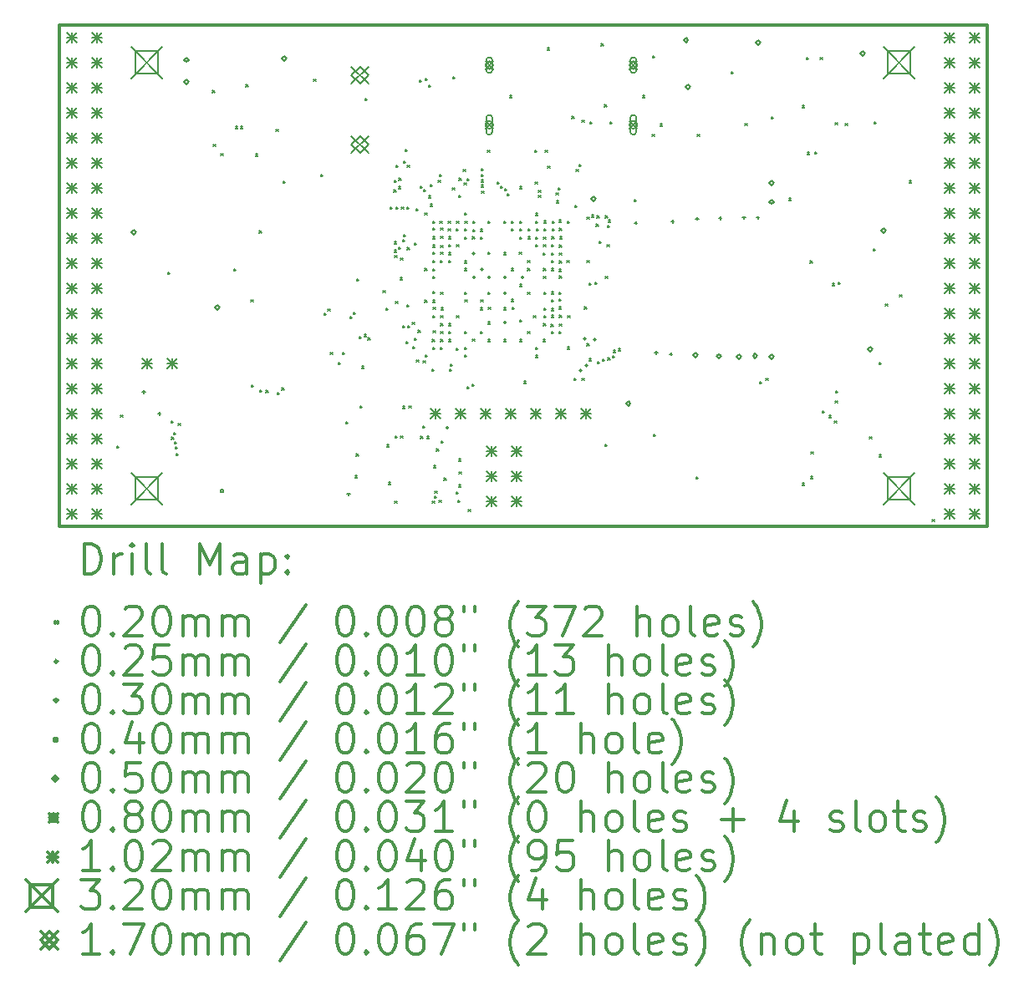
<source format=gbr>
%FSLAX45Y45*%
G04 Gerber Fmt 4.5, Leading zero omitted, Abs format (unit mm)*
G04 Created by KiCad (PCBNEW 4.0.7+dfsg1-1) date Wed Mar  7 12:13:37 2018*
%MOMM*%
%LPD*%
G01*
G04 APERTURE LIST*
%ADD10C,0.127000*%
%ADD11C,0.300000*%
%ADD12C,0.200000*%
G04 APERTURE END LIST*
D10*
D11*
X9410000Y-6142000D02*
X9410000Y-11222000D01*
X18808000Y-6142000D02*
X9410000Y-6142000D01*
X18808000Y-11222000D02*
X18808000Y-6142000D01*
X9410000Y-11222000D02*
X18808000Y-11222000D01*
D12*
X9998000Y-10410000D02*
X10018000Y-10430000D01*
X10018000Y-10410000D02*
X9998000Y-10430000D01*
X10035000Y-10094400D02*
X10055000Y-10114400D01*
X10055000Y-10094400D02*
X10035000Y-10114400D01*
X10514501Y-8649556D02*
X10534501Y-8669556D01*
X10534501Y-8649556D02*
X10514501Y-8669556D01*
X10547276Y-10156132D02*
X10567276Y-10176132D01*
X10567276Y-10156132D02*
X10547276Y-10176132D01*
X10552725Y-10321224D02*
X10572725Y-10341224D01*
X10572725Y-10321224D02*
X10552725Y-10341224D01*
X10571376Y-10271934D02*
X10591376Y-10291934D01*
X10591376Y-10271934D02*
X10571376Y-10291934D01*
X10579560Y-10366582D02*
X10599560Y-10386582D01*
X10599560Y-10366582D02*
X10579560Y-10386582D01*
X10589272Y-10418380D02*
X10609272Y-10438380D01*
X10609272Y-10418380D02*
X10589272Y-10438380D01*
X10598875Y-10487404D02*
X10618875Y-10507404D01*
X10618875Y-10487404D02*
X10598875Y-10507404D01*
X10617613Y-10179347D02*
X10637613Y-10199347D01*
X10637613Y-10179347D02*
X10617613Y-10199347D01*
X10966038Y-6807790D02*
X10986038Y-6827790D01*
X10986038Y-6807790D02*
X10966038Y-6827790D01*
X10974000Y-7352000D02*
X10994000Y-7372000D01*
X10994000Y-7352000D02*
X10974000Y-7372000D01*
X11049908Y-7448938D02*
X11069908Y-7468938D01*
X11069908Y-7448938D02*
X11049908Y-7468938D01*
X11179522Y-8615379D02*
X11199522Y-8635379D01*
X11199522Y-8615379D02*
X11179522Y-8635379D01*
X11197485Y-7171053D02*
X11217485Y-7191053D01*
X11217485Y-7171053D02*
X11197485Y-7191053D01*
X11251427Y-7170353D02*
X11271427Y-7190353D01*
X11271427Y-7170353D02*
X11251427Y-7190353D01*
X11305725Y-6746706D02*
X11325725Y-6766706D01*
X11325725Y-6746706D02*
X11305725Y-6766706D01*
X11356061Y-8927572D02*
X11376061Y-8947572D01*
X11376061Y-8927572D02*
X11356061Y-8947572D01*
X11360000Y-9792000D02*
X11380000Y-9812000D01*
X11380000Y-9792000D02*
X11360000Y-9812000D01*
X11400408Y-7451220D02*
X11420408Y-7471220D01*
X11420408Y-7451220D02*
X11400408Y-7471220D01*
X11441393Y-8230943D02*
X11461393Y-8250943D01*
X11461393Y-8230943D02*
X11441393Y-8250943D01*
X11446099Y-9843956D02*
X11466099Y-9863956D01*
X11466099Y-9843956D02*
X11446099Y-9863956D01*
X11509063Y-9847239D02*
X11529063Y-9867239D01*
X11529063Y-9847239D02*
X11509063Y-9867239D01*
X11609800Y-7198800D02*
X11629800Y-7218800D01*
X11629800Y-7198800D02*
X11609800Y-7218800D01*
X11622596Y-9869085D02*
X11642596Y-9889085D01*
X11642596Y-9869085D02*
X11622596Y-9889085D01*
X11670000Y-9822000D02*
X11690000Y-9842000D01*
X11690000Y-9822000D02*
X11670000Y-9842000D01*
X11681293Y-7725516D02*
X11701293Y-7745516D01*
X11701293Y-7725516D02*
X11681293Y-7745516D01*
X11990800Y-6690800D02*
X12010800Y-6710800D01*
X12010800Y-6690800D02*
X11990800Y-6710800D01*
X12063993Y-7659408D02*
X12083993Y-7679408D01*
X12083993Y-7659408D02*
X12063993Y-7679408D01*
X12098833Y-9065379D02*
X12118833Y-9085379D01*
X12118833Y-9065379D02*
X12098833Y-9085379D01*
X12133122Y-9021159D02*
X12153122Y-9041159D01*
X12153122Y-9021159D02*
X12133122Y-9041159D01*
X12158748Y-9461825D02*
X12178748Y-9481825D01*
X12178748Y-9461825D02*
X12158748Y-9481825D01*
X12242792Y-9562590D02*
X12262792Y-9582590D01*
X12262792Y-9562590D02*
X12242792Y-9582590D01*
X12283265Y-9462436D02*
X12303265Y-9482436D01*
X12303265Y-9462436D02*
X12283265Y-9482436D01*
X12317388Y-10161592D02*
X12337388Y-10181592D01*
X12337388Y-10161592D02*
X12317388Y-10181592D01*
X12361487Y-9095738D02*
X12381487Y-9115738D01*
X12381487Y-9095738D02*
X12361487Y-9115738D01*
X12392261Y-9052760D02*
X12412261Y-9072760D01*
X12412261Y-9052760D02*
X12392261Y-9072760D01*
X12410242Y-10710764D02*
X12430242Y-10730764D01*
X12430242Y-10710764D02*
X12410242Y-10730764D01*
X12422216Y-10490236D02*
X12442216Y-10510236D01*
X12442216Y-10490236D02*
X12422216Y-10510236D01*
X12426118Y-8717437D02*
X12446118Y-8737437D01*
X12446118Y-8717437D02*
X12426118Y-8737437D01*
X12426118Y-8717437D02*
X12446118Y-8737437D01*
X12446118Y-8717437D02*
X12426118Y-8737437D01*
X12453269Y-9302035D02*
X12473269Y-9322035D01*
X12473269Y-9302035D02*
X12453269Y-9322035D01*
X12460744Y-10002698D02*
X12480744Y-10022698D01*
X12480744Y-10002698D02*
X12460744Y-10022698D01*
X12474902Y-9600287D02*
X12494902Y-9620287D01*
X12494902Y-9600287D02*
X12474902Y-9620287D01*
X12501033Y-9279764D02*
X12521033Y-9299764D01*
X12521033Y-9279764D02*
X12501033Y-9299764D01*
X12509354Y-6886299D02*
X12529354Y-6906299D01*
X12529354Y-6886299D02*
X12509354Y-6906299D01*
X12542510Y-9313676D02*
X12562510Y-9333676D01*
X12562510Y-9313676D02*
X12542510Y-9333676D01*
X12694005Y-8832641D02*
X12714005Y-8852641D01*
X12714005Y-8832641D02*
X12694005Y-8852641D01*
X12720827Y-9012146D02*
X12740827Y-9032146D01*
X12740827Y-9012146D02*
X12720827Y-9032146D01*
X12731909Y-10397773D02*
X12751909Y-10417773D01*
X12751909Y-10397773D02*
X12731909Y-10417773D01*
X12748660Y-10777504D02*
X12768660Y-10797504D01*
X12768660Y-10777504D02*
X12748660Y-10797504D01*
X12765310Y-7989719D02*
X12785310Y-8009719D01*
X12785310Y-7989719D02*
X12765310Y-8009719D01*
X12802557Y-7813365D02*
X12822557Y-7833365D01*
X12822557Y-7813365D02*
X12802557Y-7833365D01*
X12805201Y-7715784D02*
X12825201Y-7735784D01*
X12825201Y-7715784D02*
X12805201Y-7735784D01*
X12806546Y-8340972D02*
X12826546Y-8360972D01*
X12826546Y-8340972D02*
X12806546Y-8360972D01*
X12807887Y-8425579D02*
X12827887Y-8445579D01*
X12827887Y-8425579D02*
X12807887Y-8445579D01*
X12810779Y-8478201D02*
X12830779Y-8498201D01*
X12830779Y-8478201D02*
X12810779Y-8498201D01*
X12811634Y-10966034D02*
X12831634Y-10986034D01*
X12831634Y-10966034D02*
X12811634Y-10986034D01*
X12818000Y-10310000D02*
X12838000Y-10330000D01*
X12838000Y-10310000D02*
X12818000Y-10330000D01*
X12821209Y-8945692D02*
X12841209Y-8965692D01*
X12841209Y-8945692D02*
X12821209Y-8965692D01*
X12823214Y-7989719D02*
X12843214Y-8009719D01*
X12843214Y-7989719D02*
X12823214Y-8009719D01*
X12823318Y-7566981D02*
X12843318Y-7586981D01*
X12843318Y-7566981D02*
X12823318Y-7586981D01*
X12849054Y-7779404D02*
X12869054Y-7799404D01*
X12869054Y-7779404D02*
X12849054Y-7799404D01*
X12852051Y-8396822D02*
X12872051Y-8416822D01*
X12872051Y-8396822D02*
X12852051Y-8416822D01*
X12854493Y-7695003D02*
X12874493Y-7715003D01*
X12874493Y-7695003D02*
X12854493Y-7715003D01*
X12867665Y-8702786D02*
X12887665Y-8722786D01*
X12887665Y-8702786D02*
X12867665Y-8722786D01*
X12870682Y-10308590D02*
X12890682Y-10328590D01*
X12890682Y-10308590D02*
X12870682Y-10328590D01*
X12872311Y-8505356D02*
X12892311Y-8525356D01*
X12892311Y-8505356D02*
X12872311Y-8525356D01*
X12881079Y-7989719D02*
X12901079Y-8009719D01*
X12901079Y-7989719D02*
X12881079Y-8009719D01*
X12890520Y-10007480D02*
X12910520Y-10027480D01*
X12910520Y-10007480D02*
X12890520Y-10027480D01*
X12892859Y-9188600D02*
X12912859Y-9208600D01*
X12912859Y-9188600D02*
X12892859Y-9208600D01*
X12894066Y-8318463D02*
X12914066Y-8338463D01*
X12914066Y-8318463D02*
X12894066Y-8338463D01*
X12901899Y-8266347D02*
X12921899Y-8286347D01*
X12921899Y-8266347D02*
X12901899Y-8286347D01*
X12902508Y-7521580D02*
X12922508Y-7541580D01*
X12922508Y-7521580D02*
X12902508Y-7541580D01*
X12915222Y-7404246D02*
X12935222Y-7424246D01*
X12935222Y-7404246D02*
X12915222Y-7424246D01*
X12927175Y-9350117D02*
X12947175Y-9370117D01*
X12947175Y-9350117D02*
X12927175Y-9370117D01*
X12934924Y-8977393D02*
X12954924Y-8997393D01*
X12954924Y-8977393D02*
X12934924Y-8997393D01*
X12935600Y-7989719D02*
X12955600Y-8009719D01*
X12955600Y-7989719D02*
X12935600Y-8009719D01*
X12938767Y-8397993D02*
X12958767Y-8417993D01*
X12958767Y-8397993D02*
X12938767Y-8417993D01*
X12939334Y-7563781D02*
X12959334Y-7583781D01*
X12959334Y-7563781D02*
X12939334Y-7583781D01*
X12945560Y-9188599D02*
X12965560Y-9208599D01*
X12965560Y-9188599D02*
X12945560Y-9208599D01*
X12956000Y-10005500D02*
X12976000Y-10025500D01*
X12976000Y-10005500D02*
X12956000Y-10025500D01*
X12988324Y-9156898D02*
X13008324Y-9176898D01*
X13008324Y-9156898D02*
X12988324Y-9176898D01*
X12995333Y-9401321D02*
X13015333Y-9421321D01*
X13015333Y-9401321D02*
X12995333Y-9421321D01*
X13010463Y-8349948D02*
X13030463Y-8369948D01*
X13030463Y-8349948D02*
X13010463Y-8369948D01*
X13011135Y-9318427D02*
X13031135Y-9338427D01*
X13031135Y-9318427D02*
X13011135Y-9338427D01*
X13028480Y-8004673D02*
X13048480Y-8024673D01*
X13048480Y-8004673D02*
X13028480Y-8024673D01*
X13032200Y-9535600D02*
X13052200Y-9555600D01*
X13052200Y-9535600D02*
X13032200Y-9555600D01*
X13048303Y-9237563D02*
X13068303Y-9257563D01*
X13068303Y-9237563D02*
X13048303Y-9257563D01*
X13060488Y-6700556D02*
X13080488Y-6720556D01*
X13080488Y-6700556D02*
X13060488Y-6720556D01*
X13069043Y-7775263D02*
X13089043Y-7795263D01*
X13089043Y-7775263D02*
X13069043Y-7795263D01*
X13073948Y-10310899D02*
X13093948Y-10330899D01*
X13093948Y-10310899D02*
X13073948Y-10330899D01*
X13093907Y-10208700D02*
X13113907Y-10228700D01*
X13113907Y-10208700D02*
X13093907Y-10228700D01*
X13098471Y-9546418D02*
X13118471Y-9566418D01*
X13118471Y-9546418D02*
X13098471Y-9566418D01*
X13106309Y-7812528D02*
X13126309Y-7832528D01*
X13126309Y-7812528D02*
X13106309Y-7832528D01*
X13117530Y-8049575D02*
X13137530Y-8069575D01*
X13137530Y-8049575D02*
X13117530Y-8069575D01*
X13117831Y-8611310D02*
X13137831Y-8631310D01*
X13137831Y-8611310D02*
X13117831Y-8631310D01*
X13117950Y-8930733D02*
X13137950Y-8950733D01*
X13137950Y-8930733D02*
X13117950Y-8950733D01*
X13121616Y-9485914D02*
X13141616Y-9505914D01*
X13141616Y-9485914D02*
X13121616Y-9505914D01*
X13122921Y-6682805D02*
X13142921Y-6702805D01*
X13142921Y-6682805D02*
X13122921Y-6702805D01*
X13135385Y-10310829D02*
X13155385Y-10330829D01*
X13155385Y-10310829D02*
X13135385Y-10330829D01*
X13152945Y-7875231D02*
X13172945Y-7895231D01*
X13172945Y-7875231D02*
X13152945Y-7895231D01*
X13154409Y-6752000D02*
X13174409Y-6772000D01*
X13174409Y-6752000D02*
X13154409Y-6772000D01*
X13172719Y-7757447D02*
X13192719Y-7777447D01*
X13192719Y-7757447D02*
X13172719Y-7777447D01*
X13174287Y-7959619D02*
X13194287Y-7979619D01*
X13194287Y-7959619D02*
X13174287Y-7979619D01*
X13188633Y-9630479D02*
X13208633Y-9650479D01*
X13208633Y-9630479D02*
X13188633Y-9650479D01*
X13192441Y-10966678D02*
X13212441Y-10986678D01*
X13212441Y-10966678D02*
X13192441Y-10986678D01*
X13193199Y-9330000D02*
X13213199Y-9350000D01*
X13213199Y-9330000D02*
X13193199Y-9350000D01*
X13196210Y-8443398D02*
X13216210Y-8463398D01*
X13216210Y-8443398D02*
X13196210Y-8463398D01*
X13197298Y-8527799D02*
X13217298Y-8547799D01*
X13217298Y-8527799D02*
X13197298Y-8547799D01*
X13197562Y-8931064D02*
X13217562Y-8951064D01*
X13217562Y-8931064D02*
X13197562Y-8951064D01*
X13197734Y-9090201D02*
X13217734Y-9110201D01*
X13217734Y-9090201D02*
X13197734Y-9110201D01*
X13197902Y-8288404D02*
X13217902Y-8308404D01*
X13217902Y-8288404D02*
X13197902Y-8308404D01*
X13198000Y-8130000D02*
X13218000Y-8150000D01*
X13218000Y-8130000D02*
X13198000Y-8150000D01*
X13198000Y-8690000D02*
X13218000Y-8710000D01*
X13218000Y-8690000D02*
X13198000Y-8710000D01*
X13198000Y-9410000D02*
X13218000Y-9430000D01*
X13218000Y-9410000D02*
X13198000Y-9430000D01*
X13198001Y-8200333D02*
X13218001Y-8220333D01*
X13218001Y-8200333D02*
X13198001Y-8220333D01*
X13198303Y-8616041D02*
X13218303Y-8636041D01*
X13218303Y-8616041D02*
X13198303Y-8636041D01*
X13198368Y-8372806D02*
X13218368Y-8392806D01*
X13218368Y-8372806D02*
X13198368Y-8392806D01*
X13198405Y-8845827D02*
X13218405Y-8865827D01*
X13218405Y-8845827D02*
X13198405Y-8865827D01*
X13200000Y-9005799D02*
X13220000Y-9025799D01*
X13220000Y-9005799D02*
X13200000Y-9025799D01*
X13201075Y-9242748D02*
X13221075Y-9262748D01*
X13221075Y-9242748D02*
X13201075Y-9262748D01*
X13206286Y-10608587D02*
X13226286Y-10628587D01*
X13226286Y-10608587D02*
X13206286Y-10628587D01*
X13211973Y-10917729D02*
X13231973Y-10937729D01*
X13231973Y-10917729D02*
X13211973Y-10937729D01*
X13218587Y-10865445D02*
X13238587Y-10885445D01*
X13238587Y-10865445D02*
X13218587Y-10885445D01*
X13236800Y-10440341D02*
X13256800Y-10460341D01*
X13256800Y-10440341D02*
X13236800Y-10460341D01*
X13252809Y-7717527D02*
X13272809Y-7737527D01*
X13272809Y-7717527D02*
X13252809Y-7737527D01*
X13260800Y-10958000D02*
X13280800Y-10978000D01*
X13280800Y-10958000D02*
X13260800Y-10978000D01*
X13263724Y-7657621D02*
X13283724Y-7677621D01*
X13283724Y-7657621D02*
X13263724Y-7677621D01*
X13268334Y-8130000D02*
X13288334Y-8150000D01*
X13288334Y-8130000D02*
X13268334Y-8150000D01*
X13273464Y-8527799D02*
X13293464Y-8547799D01*
X13293464Y-8527799D02*
X13273464Y-8547799D01*
X13274623Y-9409707D02*
X13294623Y-9429707D01*
X13294623Y-9409707D02*
X13274623Y-9429707D01*
X13276300Y-8202454D02*
X13296300Y-8222454D01*
X13296300Y-8202454D02*
X13276300Y-8222454D01*
X13277177Y-8443398D02*
X13297177Y-8463398D01*
X13297177Y-8443398D02*
X13277177Y-8463398D01*
X13277261Y-8286855D02*
X13297261Y-8306855D01*
X13297261Y-8286855D02*
X13277261Y-8306855D01*
X13278000Y-8850000D02*
X13298000Y-8870000D01*
X13298000Y-8850000D02*
X13278000Y-8870000D01*
X13278000Y-9090000D02*
X13298000Y-9110000D01*
X13298000Y-9090000D02*
X13278000Y-9110000D01*
X13278000Y-9170000D02*
X13298000Y-9190000D01*
X13298000Y-9170000D02*
X13278000Y-9190000D01*
X13278000Y-9250000D02*
X13298000Y-9270000D01*
X13298000Y-9250000D02*
X13278000Y-9270000D01*
X13278000Y-9330000D02*
X13298000Y-9350000D01*
X13298000Y-9330000D02*
X13278000Y-9350000D01*
X13278089Y-8379783D02*
X13298089Y-8399784D01*
X13298089Y-8379783D02*
X13278089Y-8399784D01*
X13280000Y-9008000D02*
X13300000Y-9028000D01*
X13300000Y-9008000D02*
X13280000Y-9028000D01*
X13283696Y-10361100D02*
X13303696Y-10381100D01*
X13303696Y-10361100D02*
X13283696Y-10381100D01*
X13311600Y-10736500D02*
X13331600Y-10756500D01*
X13331600Y-10736500D02*
X13311600Y-10756500D01*
X13352736Y-8131468D02*
X13372736Y-8151468D01*
X13372736Y-8131468D02*
X13352736Y-8151468D01*
X13354839Y-8209060D02*
X13374839Y-8229060D01*
X13374839Y-8209060D02*
X13354839Y-8229060D01*
X13357194Y-8449520D02*
X13377194Y-8469520D01*
X13377194Y-8449520D02*
X13357194Y-8469520D01*
X13358000Y-8290000D02*
X13378000Y-8310000D01*
X13378000Y-8290000D02*
X13358000Y-8310000D01*
X13358000Y-8370000D02*
X13378000Y-8390000D01*
X13378000Y-8370000D02*
X13358000Y-8390000D01*
X13358000Y-8530000D02*
X13378000Y-8550000D01*
X13378000Y-8530000D02*
X13358000Y-8550000D01*
X13358000Y-9170000D02*
X13378000Y-9190000D01*
X13378000Y-9170000D02*
X13358000Y-9190000D01*
X13358000Y-9250000D02*
X13378000Y-9270000D01*
X13378000Y-9250000D02*
X13358000Y-9270000D01*
X13358548Y-9330230D02*
X13378548Y-9350230D01*
X13378548Y-9330230D02*
X13358548Y-9350230D01*
X13366285Y-9629515D02*
X13386285Y-9649515D01*
X13386285Y-9629515D02*
X13366285Y-9649515D01*
X13375239Y-9577580D02*
X13395239Y-9597580D01*
X13395239Y-9577580D02*
X13375239Y-9597580D01*
X13394937Y-7794713D02*
X13414937Y-7814713D01*
X13414937Y-7794713D02*
X13394937Y-7814713D01*
X13402494Y-6667598D02*
X13422494Y-6687598D01*
X13422494Y-6667598D02*
X13402494Y-6687598D01*
X13433398Y-8208015D02*
X13453398Y-8228015D01*
X13453398Y-8208015D02*
X13433398Y-8228015D01*
X13435582Y-9416717D02*
X13455582Y-9436717D01*
X13455582Y-9416717D02*
X13435582Y-9436717D01*
X13436400Y-10874197D02*
X13456400Y-10894197D01*
X13456400Y-10874197D02*
X13436400Y-10894197D01*
X13437137Y-8130675D02*
X13457137Y-8150675D01*
X13457137Y-8130675D02*
X13437137Y-8150675D01*
X13438000Y-8370000D02*
X13458000Y-8390000D01*
X13458000Y-8370000D02*
X13438000Y-8390000D01*
X13438000Y-9090000D02*
X13458000Y-9110000D01*
X13458000Y-9090000D02*
X13438000Y-9110000D01*
X13453687Y-10961995D02*
X13473687Y-10981995D01*
X13473687Y-10961995D02*
X13453687Y-10981995D01*
X13457587Y-10803159D02*
X13477587Y-10823159D01*
X13477587Y-10803159D02*
X13457587Y-10823159D01*
X13458339Y-7871900D02*
X13478339Y-7891900D01*
X13478339Y-7871900D02*
X13458339Y-7891900D01*
X13460735Y-10540845D02*
X13480735Y-10560845D01*
X13480735Y-10540845D02*
X13460735Y-10560845D01*
X13462345Y-7695152D02*
X13482345Y-7715152D01*
X13482345Y-7695152D02*
X13462345Y-7715152D01*
X13465065Y-10671051D02*
X13485065Y-10691051D01*
X13485065Y-10671051D02*
X13465065Y-10691051D01*
X13507526Y-7608347D02*
X13527526Y-7628347D01*
X13527526Y-7608347D02*
X13507526Y-7628347D01*
X13513546Y-7744852D02*
X13533546Y-7764852D01*
X13533546Y-7744852D02*
X13513546Y-7764852D01*
X13517331Y-8851860D02*
X13537331Y-8871860D01*
X13537331Y-8851860D02*
X13517331Y-8871860D01*
X13517799Y-8209385D02*
X13537799Y-8229385D01*
X13537799Y-8209385D02*
X13517799Y-8229385D01*
X13518000Y-8292201D02*
X13538000Y-8312201D01*
X13538000Y-8292201D02*
X13518000Y-8312201D01*
X13518000Y-8534000D02*
X13538000Y-8554000D01*
X13538000Y-8534000D02*
X13518000Y-8554000D01*
X13518000Y-8610000D02*
X13538000Y-8630000D01*
X13538000Y-8610000D02*
X13518000Y-8630000D01*
X13518000Y-9250000D02*
X13538000Y-9270000D01*
X13538000Y-9250000D02*
X13518000Y-9270000D01*
X13518128Y-8048312D02*
X13538128Y-8068312D01*
X13538128Y-8048312D02*
X13518128Y-8068312D01*
X13518463Y-9488530D02*
X13538463Y-9508530D01*
X13538463Y-9488530D02*
X13518463Y-9508530D01*
X13518862Y-9412562D02*
X13538862Y-9432562D01*
X13538862Y-9412562D02*
X13518862Y-9432562D01*
X13521697Y-8134201D02*
X13541697Y-8154201D01*
X13541697Y-8134201D02*
X13521697Y-8154201D01*
X13524276Y-8928163D02*
X13544276Y-8948163D01*
X13544276Y-8928163D02*
X13524276Y-8948163D01*
X13541702Y-9806717D02*
X13561702Y-9826717D01*
X13561702Y-9806717D02*
X13541702Y-9826717D01*
X13546747Y-7697813D02*
X13566747Y-7717813D01*
X13566747Y-7697813D02*
X13546747Y-7717813D01*
X13555656Y-11051071D02*
X13575656Y-11071071D01*
X13575656Y-11051071D02*
X13555656Y-11071071D01*
X13592822Y-9782273D02*
X13612822Y-9802273D01*
X13612822Y-9782273D02*
X13592822Y-9802273D01*
X13598000Y-8290000D02*
X13618000Y-8310000D01*
X13618000Y-8290000D02*
X13598000Y-8310000D01*
X13599596Y-9326965D02*
X13619596Y-9346965D01*
X13619596Y-9326965D02*
X13599596Y-9346965D01*
X13602455Y-8216004D02*
X13622455Y-8236004D01*
X13622455Y-8216004D02*
X13602455Y-8236004D01*
X13606098Y-8131603D02*
X13626098Y-8151603D01*
X13626098Y-8131603D02*
X13606098Y-8151603D01*
X13678000Y-9250000D02*
X13698000Y-9270000D01*
X13698000Y-9250000D02*
X13678000Y-9270000D01*
X13678517Y-9009483D02*
X13698517Y-9029483D01*
X13698517Y-9009483D02*
X13678517Y-9029483D01*
X13680000Y-8212000D02*
X13700000Y-8232000D01*
X13700000Y-8212000D02*
X13680000Y-8232000D01*
X13680000Y-8292000D02*
X13700000Y-8312000D01*
X13700000Y-8292000D02*
X13680000Y-8312000D01*
X13684453Y-8927346D02*
X13704453Y-8947346D01*
X13704453Y-8927346D02*
X13684453Y-8947346D01*
X13687030Y-7598459D02*
X13707030Y-7618459D01*
X13707030Y-7598459D02*
X13687030Y-7618459D01*
X13689122Y-7711926D02*
X13709122Y-7731926D01*
X13709122Y-7711926D02*
X13689122Y-7731926D01*
X13689122Y-7764665D02*
X13709122Y-7784665D01*
X13709122Y-7764665D02*
X13689122Y-7784665D01*
X13690831Y-7659224D02*
X13710831Y-7679224D01*
X13710831Y-7659224D02*
X13690831Y-7679224D01*
X13692017Y-7825016D02*
X13712017Y-7845016D01*
X13712017Y-7825016D02*
X13692017Y-7845016D01*
X13752023Y-7412176D02*
X13772023Y-7432176D01*
X13772023Y-7412176D02*
X13752023Y-7432176D01*
X13755905Y-9153803D02*
X13775905Y-9173803D01*
X13775905Y-9153803D02*
X13755905Y-9173803D01*
X13758000Y-8130000D02*
X13778000Y-8150000D01*
X13778000Y-8130000D02*
X13758000Y-8150000D01*
X13758000Y-8850000D02*
X13778000Y-8870000D01*
X13778000Y-8850000D02*
X13758000Y-8870000D01*
X13758000Y-9330000D02*
X13778000Y-9350000D01*
X13778000Y-9330000D02*
X13758000Y-9350000D01*
X13758056Y-8443409D02*
X13778056Y-8463409D01*
X13778056Y-8443409D02*
X13758056Y-8463409D01*
X13758900Y-9002299D02*
X13778900Y-9022299D01*
X13778900Y-9002299D02*
X13758900Y-9022299D01*
X13849905Y-7736680D02*
X13869905Y-7756680D01*
X13869905Y-7736680D02*
X13849905Y-7756680D01*
X13881743Y-7778678D02*
X13901743Y-7798678D01*
X13901743Y-7778678D02*
X13881743Y-7798678D01*
X13917252Y-8451135D02*
X13937252Y-8471135D01*
X13937252Y-8451135D02*
X13917252Y-8471135D01*
X13918000Y-8130000D02*
X13938000Y-8150000D01*
X13938000Y-8130000D02*
X13918000Y-8150000D01*
X13918000Y-9330000D02*
X13938000Y-9350000D01*
X13938000Y-9330000D02*
X13918000Y-9350000D01*
X13918580Y-9007769D02*
X13938580Y-9027769D01*
X13938580Y-9007769D02*
X13918580Y-9027769D01*
X13927792Y-7804307D02*
X13947792Y-7824307D01*
X13947792Y-7804307D02*
X13927792Y-7824307D01*
X13949795Y-7852195D02*
X13969795Y-7872195D01*
X13969795Y-7852195D02*
X13949795Y-7872195D01*
X13976437Y-6856567D02*
X13996437Y-6876567D01*
X13996437Y-6856567D02*
X13976437Y-6876567D01*
X13991460Y-8609297D02*
X14011460Y-8629297D01*
X14011460Y-8609297D02*
X13991460Y-8629297D01*
X13992898Y-8210000D02*
X14012898Y-8230000D01*
X14012898Y-8210000D02*
X13992898Y-8230000D01*
X13993599Y-8130000D02*
X14013599Y-8150000D01*
X14013599Y-8130000D02*
X13993599Y-8150000D01*
X13993894Y-8925097D02*
X14013894Y-8945097D01*
X14013894Y-8925097D02*
X13993894Y-8945097D01*
X13999489Y-9002299D02*
X14019489Y-9022299D01*
X14019489Y-9002299D02*
X13999489Y-9022299D01*
X14073600Y-8443400D02*
X14093600Y-8463400D01*
X14093600Y-8443400D02*
X14073600Y-8463400D01*
X14076133Y-8294127D02*
X14096133Y-8314127D01*
X14096133Y-8294127D02*
X14076133Y-8314127D01*
X14077299Y-8207716D02*
X14097299Y-8227716D01*
X14097299Y-8207716D02*
X14077299Y-8227716D01*
X14077419Y-9133335D02*
X14097419Y-9153335D01*
X14097419Y-9133335D02*
X14077419Y-9153335D01*
X14078000Y-8130000D02*
X14098000Y-8150000D01*
X14098000Y-8130000D02*
X14078000Y-8150000D01*
X14078000Y-9330000D02*
X14098000Y-9350000D01*
X14098000Y-9330000D02*
X14078000Y-9350000D01*
X14078001Y-7779404D02*
X14098001Y-7799404D01*
X14098001Y-7779404D02*
X14078001Y-7799404D01*
X14079623Y-8771623D02*
X14099623Y-8791623D01*
X14099623Y-8771623D02*
X14079623Y-8791623D01*
X14118066Y-9754201D02*
X14138066Y-9774201D01*
X14138066Y-9754201D02*
X14118066Y-9774201D01*
X14158000Y-8530000D02*
X14178000Y-8550000D01*
X14178000Y-8530000D02*
X14158000Y-8550000D01*
X14158000Y-8610000D02*
X14178000Y-8630000D01*
X14178000Y-8610000D02*
X14158000Y-8630000D01*
X14158000Y-8850000D02*
X14178000Y-8870000D01*
X14178000Y-8850000D02*
X14158000Y-8870000D01*
X14158000Y-9250000D02*
X14178000Y-9270000D01*
X14178000Y-9250000D02*
X14158000Y-9270000D01*
X14162701Y-8209494D02*
X14182701Y-8229494D01*
X14182701Y-8209494D02*
X14162701Y-8229494D01*
X14162701Y-8289887D02*
X14182701Y-8309887D01*
X14182701Y-8289887D02*
X14162701Y-8309887D01*
X14217799Y-9090000D02*
X14237799Y-9110000D01*
X14237799Y-9090000D02*
X14217799Y-9110000D01*
X14229099Y-7413615D02*
X14249099Y-7433615D01*
X14249099Y-7413615D02*
X14229099Y-7433615D01*
X14235236Y-7735268D02*
X14255236Y-7755268D01*
X14255236Y-7735268D02*
X14235236Y-7755268D01*
X14236000Y-8052000D02*
X14256000Y-8072000D01*
X14256000Y-8052000D02*
X14236000Y-8072000D01*
X14236000Y-8132000D02*
X14256000Y-8152000D01*
X14256000Y-8132000D02*
X14236000Y-8152000D01*
X14236000Y-8292000D02*
X14256000Y-8312000D01*
X14256000Y-8292000D02*
X14236000Y-8312000D01*
X14238000Y-8370000D02*
X14258000Y-8390000D01*
X14258000Y-8370000D02*
X14238000Y-8390000D01*
X14238000Y-9410000D02*
X14258000Y-9430000D01*
X14258000Y-9410000D02*
X14238000Y-9430000D01*
X14238000Y-9490000D02*
X14258000Y-9510000D01*
X14258000Y-9490000D02*
X14238000Y-9510000D01*
X14247102Y-8210435D02*
X14267102Y-8230435D01*
X14267102Y-8210435D02*
X14247102Y-8230435D01*
X14266674Y-7818161D02*
X14286674Y-7838161D01*
X14286674Y-7818161D02*
X14266674Y-7838161D01*
X14267384Y-7870857D02*
X14287384Y-7890857D01*
X14287384Y-7870857D02*
X14267384Y-7890857D01*
X14316000Y-8452000D02*
X14336000Y-8472000D01*
X14336000Y-8452000D02*
X14316000Y-8472000D01*
X14316969Y-9331491D02*
X14336969Y-9351491D01*
X14336969Y-9331491D02*
X14316969Y-9351491D01*
X14318000Y-8370000D02*
X14338000Y-8390000D01*
X14338000Y-8370000D02*
X14318000Y-8390000D01*
X14318000Y-8690000D02*
X14338000Y-8710000D01*
X14338000Y-8690000D02*
X14318000Y-8710000D01*
X14318000Y-9170000D02*
X14338000Y-9190000D01*
X14338000Y-9170000D02*
X14318000Y-9190000D01*
X14318740Y-8294201D02*
X14338740Y-8314201D01*
X14338740Y-8294201D02*
X14318740Y-8314201D01*
X14320000Y-8612000D02*
X14340000Y-8632000D01*
X14340000Y-8612000D02*
X14320000Y-8632000D01*
X14322201Y-8849503D02*
X14342201Y-8869503D01*
X14342201Y-8849503D02*
X14322201Y-8869503D01*
X14322201Y-9010195D02*
X14342201Y-9030195D01*
X14342201Y-9010195D02*
X14322201Y-9030195D01*
X14322201Y-9090066D02*
X14342201Y-9110066D01*
X14342201Y-9090066D02*
X14322201Y-9110066D01*
X14323103Y-8127729D02*
X14343103Y-8147729D01*
X14343103Y-8127729D02*
X14323103Y-8147729D01*
X14323265Y-8209799D02*
X14343265Y-8229799D01*
X14343265Y-8209799D02*
X14323265Y-8229799D01*
X14335701Y-7411913D02*
X14355701Y-7431913D01*
X14355701Y-7411913D02*
X14335701Y-7431913D01*
X14355067Y-6376252D02*
X14375067Y-6396252D01*
X14375067Y-6376252D02*
X14355067Y-6396252D01*
X14360888Y-7571730D02*
X14380888Y-7591730D01*
X14380888Y-7571730D02*
X14360888Y-7591730D01*
X14396483Y-9177765D02*
X14416483Y-9197765D01*
X14416483Y-9177765D02*
X14396483Y-9197765D01*
X14397624Y-8929530D02*
X14417624Y-8949530D01*
X14417624Y-8929530D02*
X14397624Y-8949530D01*
X14397701Y-9016697D02*
X14417701Y-9036697D01*
X14417701Y-9016697D02*
X14397701Y-9036697D01*
X14398000Y-8610000D02*
X14418000Y-8630000D01*
X14418000Y-8610000D02*
X14398000Y-8630000D01*
X14398000Y-9085650D02*
X14418000Y-9105650D01*
X14418000Y-9085650D02*
X14398000Y-9105650D01*
X14398283Y-8848451D02*
X14418283Y-8868451D01*
X14418283Y-8848451D02*
X14398283Y-8868451D01*
X14400201Y-8529722D02*
X14420201Y-8549722D01*
X14420201Y-8529722D02*
X14400201Y-8549722D01*
X14400319Y-8367799D02*
X14420319Y-8387799D01*
X14420319Y-8367799D02*
X14400319Y-8387799D01*
X14400350Y-8456040D02*
X14420350Y-8476040D01*
X14420350Y-8456040D02*
X14400350Y-8476040D01*
X14401325Y-9248876D02*
X14421325Y-9268876D01*
X14421325Y-9248876D02*
X14401325Y-9268876D01*
X14403141Y-8290000D02*
X14423141Y-8310000D01*
X14423141Y-8290000D02*
X14403141Y-8310000D01*
X14407504Y-8129877D02*
X14427504Y-8149877D01*
X14427504Y-8129877D02*
X14407504Y-8149877D01*
X14407666Y-8210000D02*
X14427666Y-8230000D01*
X14427666Y-8210000D02*
X14407666Y-8230000D01*
X14446889Y-7841762D02*
X14466889Y-7861762D01*
X14466889Y-7841762D02*
X14446889Y-7861762D01*
X14449705Y-7926163D02*
X14469705Y-7946163D01*
X14469705Y-7926163D02*
X14449705Y-7946163D01*
X14468609Y-7793745D02*
X14488609Y-7813745D01*
X14488609Y-7793745D02*
X14468609Y-7813745D01*
X14475581Y-8916848D02*
X14495581Y-8936848D01*
X14495581Y-8916848D02*
X14475581Y-8936848D01*
X14476724Y-9001248D02*
X14496724Y-9021248D01*
X14496724Y-9001248D02*
X14476724Y-9021248D01*
X14477515Y-8619275D02*
X14497515Y-8639275D01*
X14497515Y-8619275D02*
X14477515Y-8639275D01*
X14477765Y-8852201D02*
X14497765Y-8872201D01*
X14497765Y-8852201D02*
X14477765Y-8872201D01*
X14478001Y-8120333D02*
X14498001Y-8140333D01*
X14498001Y-8120333D02*
X14478001Y-8140333D01*
X14478235Y-9247799D02*
X14498235Y-9267799D01*
X14498235Y-9247799D02*
X14478235Y-9267799D01*
X14478812Y-8204734D02*
X14498812Y-8224734D01*
X14498812Y-8204734D02*
X14478812Y-8224734D01*
X14478935Y-8534874D02*
X14498935Y-8554874D01*
X14498935Y-8534874D02*
X14478935Y-8554874D01*
X14479432Y-8687756D02*
X14499432Y-8707756D01*
X14499432Y-8687756D02*
X14479432Y-8707756D01*
X14479670Y-8373537D02*
X14499670Y-8393537D01*
X14499670Y-8373537D02*
X14479670Y-8393537D01*
X14480000Y-9172000D02*
X14500000Y-9192000D01*
X14500000Y-9172000D02*
X14480000Y-9192000D01*
X14480294Y-9085650D02*
X14500294Y-9105650D01*
X14500294Y-9085650D02*
X14480294Y-9105650D01*
X14481241Y-8453582D02*
X14501241Y-8473582D01*
X14501241Y-8453582D02*
X14481241Y-8473582D01*
X14481689Y-8289136D02*
X14501689Y-8309136D01*
X14501689Y-8289136D02*
X14481689Y-8309136D01*
X14557281Y-8529606D02*
X14577281Y-8549606D01*
X14577281Y-8529606D02*
X14557281Y-8549606D01*
X14558000Y-8130512D02*
X14578000Y-8150512D01*
X14578000Y-8130512D02*
X14558000Y-8150512D01*
X14559124Y-9406675D02*
X14579124Y-9426675D01*
X14579124Y-9406675D02*
X14559124Y-9426675D01*
X14565987Y-9091018D02*
X14585987Y-9111018D01*
X14585987Y-9091018D02*
X14565987Y-9111018D01*
X14608000Y-7070000D02*
X14628000Y-7090000D01*
X14628000Y-7070000D02*
X14608000Y-7090000D01*
X14629479Y-9723392D02*
X14649479Y-9743392D01*
X14649479Y-9723392D02*
X14629479Y-9743392D01*
X14638141Y-7971938D02*
X14658141Y-7991938D01*
X14658141Y-7971938D02*
X14638141Y-7991938D01*
X14648744Y-7607406D02*
X14668744Y-7627406D01*
X14668744Y-7607406D02*
X14648744Y-7627406D01*
X14680145Y-7555491D02*
X14700145Y-7575491D01*
X14700145Y-7555491D02*
X14680145Y-7575491D01*
X14707598Y-9723392D02*
X14727598Y-9743392D01*
X14727598Y-9723392D02*
X14707598Y-9743392D01*
X14708600Y-7110000D02*
X14728600Y-7130000D01*
X14728600Y-7110000D02*
X14708600Y-7130000D01*
X14733095Y-9001248D02*
X14753095Y-9021248D01*
X14753095Y-9001248D02*
X14733095Y-9021248D01*
X14758739Y-8527409D02*
X14778739Y-8547409D01*
X14778739Y-8527409D02*
X14758739Y-8547409D01*
X14758831Y-8088311D02*
X14778831Y-8108311D01*
X14778831Y-8088311D02*
X14758831Y-8108311D01*
X14760000Y-9372000D02*
X14780000Y-9392000D01*
X14780000Y-9372000D02*
X14760000Y-9392000D01*
X14781079Y-8758342D02*
X14801079Y-8778342D01*
X14801079Y-8758342D02*
X14781079Y-8778342D01*
X14782886Y-9523902D02*
X14802886Y-9543902D01*
X14802886Y-9523902D02*
X14782886Y-9543902D01*
X14788315Y-7124708D02*
X14808315Y-7144708D01*
X14808315Y-7124708D02*
X14788315Y-7144708D01*
X14807525Y-8068155D02*
X14827525Y-8088155D01*
X14827525Y-8068155D02*
X14807525Y-8088155D01*
X14838354Y-8752346D02*
X14858354Y-8772346D01*
X14858354Y-8752346D02*
X14838354Y-8772346D01*
X14851066Y-8160586D02*
X14871066Y-8180586D01*
X14871066Y-8160586D02*
X14851066Y-8180586D01*
X14859611Y-8076185D02*
X14879611Y-8096185D01*
X14879611Y-8076185D02*
X14859611Y-8096185D01*
X14864798Y-9556963D02*
X14884798Y-9576963D01*
X14884798Y-9556963D02*
X14864798Y-9576963D01*
X14882151Y-8334201D02*
X14902151Y-8354201D01*
X14902151Y-8334201D02*
X14882151Y-8354201D01*
X14903412Y-6332405D02*
X14923412Y-6352405D01*
X14923412Y-6332405D02*
X14903412Y-6352405D01*
X14918439Y-9527799D02*
X14938439Y-9547799D01*
X14938439Y-9527799D02*
X14918439Y-9547799D01*
X14937595Y-6951968D02*
X14957595Y-6971968D01*
X14957595Y-6951968D02*
X14937595Y-6971968D01*
X14939522Y-10390910D02*
X14959522Y-10410910D01*
X14959522Y-10390910D02*
X14939522Y-10410910D01*
X14944975Y-8076843D02*
X14964975Y-8096843D01*
X14964975Y-8076843D02*
X14944975Y-8096843D01*
X14945314Y-8688944D02*
X14965314Y-8708944D01*
X14965314Y-8688944D02*
X14945314Y-8708944D01*
X14963249Y-8370769D02*
X14983249Y-8390769D01*
X14983249Y-8370769D02*
X14963249Y-8390769D01*
X14967169Y-8172566D02*
X14987169Y-8192566D01*
X14987169Y-8172566D02*
X14967169Y-8192566D01*
X14969589Y-9515108D02*
X14989589Y-9535108D01*
X14989589Y-9515108D02*
X14969589Y-9535108D01*
X14974647Y-8120398D02*
X14994647Y-8140398D01*
X14994647Y-8120398D02*
X14974647Y-8140398D01*
X14993085Y-7123185D02*
X15013085Y-7143185D01*
X15013085Y-7123185D02*
X14993085Y-7143185D01*
X15017890Y-9494025D02*
X15037890Y-9514025D01*
X15037890Y-9494025D02*
X15017890Y-9514025D01*
X15024597Y-9441753D02*
X15044597Y-9461753D01*
X15044597Y-9441753D02*
X15024597Y-9461753D01*
X15078921Y-9423257D02*
X15098921Y-9443257D01*
X15098921Y-9423257D02*
X15078921Y-9443257D01*
X15239707Y-7909347D02*
X15259707Y-7929347D01*
X15259707Y-7909347D02*
X15239707Y-7929347D01*
X15319711Y-6856567D02*
X15339711Y-6876567D01*
X15339711Y-6856567D02*
X15319711Y-6876567D01*
X15419800Y-7249600D02*
X15439800Y-7269600D01*
X15439800Y-7249600D02*
X15419800Y-7269600D01*
X15422933Y-6454377D02*
X15442933Y-6474377D01*
X15442933Y-6454377D02*
X15422933Y-6474377D01*
X15432558Y-10288777D02*
X15452558Y-10308777D01*
X15452558Y-10288777D02*
X15432558Y-10308777D01*
X15501528Y-7146346D02*
X15521528Y-7166346D01*
X15521528Y-7146346D02*
X15501528Y-7166346D01*
X15861665Y-10722518D02*
X15881665Y-10742518D01*
X15881665Y-10722518D02*
X15861665Y-10742518D01*
X15877000Y-7249600D02*
X15897000Y-7269600D01*
X15897000Y-7249600D02*
X15877000Y-7269600D01*
X16217147Y-6618496D02*
X16237147Y-6638496D01*
X16237147Y-6618496D02*
X16217147Y-6638496D01*
X16360322Y-7144216D02*
X16380322Y-7164216D01*
X16380322Y-7144216D02*
X16360322Y-7164216D01*
X16507059Y-9756632D02*
X16527059Y-9776632D01*
X16527059Y-9756632D02*
X16507059Y-9776632D01*
X16570337Y-9724488D02*
X16590337Y-9744488D01*
X16590337Y-9724488D02*
X16570337Y-9744488D01*
X16625348Y-7073546D02*
X16645348Y-7093546D01*
X16645348Y-7073546D02*
X16625348Y-7093546D01*
X16806644Y-7900804D02*
X16826644Y-7920804D01*
X16826644Y-7900804D02*
X16806644Y-7920804D01*
X16940659Y-10785373D02*
X16960659Y-10805373D01*
X16960659Y-10785373D02*
X16940659Y-10805373D01*
X16941704Y-6958649D02*
X16961704Y-6978649D01*
X16961704Y-6958649D02*
X16941704Y-6978649D01*
X16981900Y-6474900D02*
X17001900Y-6494900D01*
X17001900Y-6474900D02*
X16981900Y-6494900D01*
X16992648Y-7434686D02*
X17012648Y-7454686D01*
X17012648Y-7434686D02*
X16992648Y-7454686D01*
X17020954Y-8534153D02*
X17040954Y-8554153D01*
X17040954Y-8534153D02*
X17020954Y-8554153D01*
X17026290Y-10718620D02*
X17046290Y-10738620D01*
X17046290Y-10718620D02*
X17026290Y-10738620D01*
X17028315Y-10470365D02*
X17048315Y-10490365D01*
X17048315Y-10470365D02*
X17028315Y-10490365D01*
X17063907Y-7430637D02*
X17083907Y-7450637D01*
X17083907Y-7430637D02*
X17063907Y-7450637D01*
X17121600Y-6474900D02*
X17141600Y-6494900D01*
X17141600Y-6474900D02*
X17121600Y-6494900D01*
X17144030Y-10054574D02*
X17164030Y-10074574D01*
X17164030Y-10054574D02*
X17144030Y-10074574D01*
X17209336Y-10100566D02*
X17229336Y-10120566D01*
X17229336Y-10100566D02*
X17209336Y-10120566D01*
X17246454Y-8762201D02*
X17266454Y-8782201D01*
X17266454Y-8762201D02*
X17246454Y-8782201D01*
X17266127Y-10155168D02*
X17286127Y-10175168D01*
X17286127Y-10155168D02*
X17266127Y-10175168D01*
X17273463Y-9949992D02*
X17293463Y-9969992D01*
X17293463Y-9949992D02*
X17273463Y-9969992D01*
X17275372Y-7130727D02*
X17295372Y-7150727D01*
X17295372Y-7130727D02*
X17275372Y-7150727D01*
X17277992Y-9851865D02*
X17297992Y-9871865D01*
X17297992Y-9851865D02*
X17277992Y-9871865D01*
X17303795Y-8749428D02*
X17323795Y-8769428D01*
X17323795Y-8749428D02*
X17303795Y-8769428D01*
X17375600Y-7143899D02*
X17395600Y-7163899D01*
X17395600Y-7143899D02*
X17375600Y-7163899D01*
X17620559Y-10317981D02*
X17640559Y-10337981D01*
X17640559Y-10317981D02*
X17620559Y-10337981D01*
X17660000Y-8412000D02*
X17680000Y-8432000D01*
X17680000Y-8412000D02*
X17660000Y-8432000D01*
X17669708Y-7124179D02*
X17689708Y-7144179D01*
X17689708Y-7124179D02*
X17669708Y-7144179D01*
X17717400Y-10497912D02*
X17737400Y-10517912D01*
X17737400Y-10497912D02*
X17717400Y-10517912D01*
X17718500Y-9561000D02*
X17738500Y-9581000D01*
X17738500Y-9561000D02*
X17718500Y-9581000D01*
X17782698Y-8971206D02*
X17802698Y-8991206D01*
X17802698Y-8971206D02*
X17782698Y-8991206D01*
X17925151Y-8876833D02*
X17945151Y-8896833D01*
X17945151Y-8876833D02*
X17925151Y-8896833D01*
X18024078Y-7721693D02*
X18044078Y-7741693D01*
X18044078Y-7721693D02*
X18024078Y-7741693D01*
X18257515Y-11153763D02*
X18277515Y-11173763D01*
X18277515Y-11153763D02*
X18257515Y-11173763D01*
X13357629Y-10223262D02*
G75*
G03X13357629Y-10223262I-12700J0D01*
G01*
X13620700Y-8460000D02*
G75*
G03X13620700Y-8460000I-12700J0D01*
G01*
X13623799Y-8699540D02*
G75*
G03X13623799Y-8699540I-12700J0D01*
G01*
X13706511Y-8619631D02*
G75*
G03X13706511Y-8619631I-12700J0D01*
G01*
X13780700Y-8700000D02*
G75*
G03X13780700Y-8700000I-12700J0D01*
G01*
X13939164Y-9161521D02*
G75*
G03X13939164Y-9161521I-12700J0D01*
G01*
X13940700Y-8700000D02*
G75*
G03X13940700Y-8700000I-12700J0D01*
G01*
X13940700Y-8860000D02*
G75*
G03X13940700Y-8860000I-12700J0D01*
G01*
X14116986Y-8699500D02*
G75*
G03X14116986Y-8699500I-12700J0D01*
G01*
X14706928Y-9645206D02*
G75*
G03X14706928Y-9645206I-12700J0D01*
G01*
X14747089Y-9321713D02*
G75*
G03X14747089Y-9321713I-12700J0D01*
G01*
X14766147Y-9591326D02*
G75*
G03X14766147Y-9591326I-12700J0D01*
G01*
X14847601Y-9332231D02*
G75*
G03X14847601Y-9332231I-12700J0D01*
G01*
X10271005Y-9844495D02*
X10271005Y-9874495D01*
X10256005Y-9859495D02*
X10286005Y-9859495D01*
X10426000Y-10064000D02*
X10426000Y-10094000D01*
X10411000Y-10079000D02*
X10441000Y-10079000D01*
X12343700Y-10882200D02*
X12343700Y-10912200D01*
X12328700Y-10897200D02*
X12358700Y-10897200D01*
X15252594Y-8131387D02*
X15252594Y-8161387D01*
X15237594Y-8146387D02*
X15267594Y-8146387D01*
X15459390Y-9445795D02*
X15459390Y-9475795D01*
X15444390Y-9460795D02*
X15474390Y-9460795D01*
X15608824Y-9461298D02*
X15608824Y-9491298D01*
X15593824Y-9476298D02*
X15623824Y-9476298D01*
X15626277Y-8119937D02*
X15626277Y-8149937D01*
X15611277Y-8134937D02*
X15641277Y-8134937D01*
X15873113Y-8089893D02*
X15873113Y-8119893D01*
X15858113Y-8104893D02*
X15888113Y-8104893D01*
X16107576Y-8084202D02*
X16107576Y-8114202D01*
X16092576Y-8099202D02*
X16122576Y-8099202D01*
X16346298Y-8079243D02*
X16346298Y-8109243D01*
X16331298Y-8094243D02*
X16361298Y-8094243D01*
X16488287Y-8078899D02*
X16488287Y-8108899D01*
X16473287Y-8093899D02*
X16503287Y-8093899D01*
X11073534Y-10877788D02*
X11073534Y-10849504D01*
X11045249Y-10849504D01*
X11045249Y-10877788D01*
X11073534Y-10877788D01*
X10170789Y-8267318D02*
X10195789Y-8242318D01*
X10170789Y-8217318D01*
X10145789Y-8242318D01*
X10170789Y-8267318D01*
X10697481Y-6520397D02*
X10722481Y-6495397D01*
X10697481Y-6470397D01*
X10672481Y-6495397D01*
X10697481Y-6520397D01*
X10702149Y-6747812D02*
X10727149Y-6722812D01*
X10702149Y-6697812D01*
X10677149Y-6722812D01*
X10702149Y-6747812D01*
X11012889Y-9027815D02*
X11037889Y-9002815D01*
X11012889Y-8977815D01*
X10987889Y-9002815D01*
X11012889Y-9027815D01*
X11688050Y-6505294D02*
X11713050Y-6480294D01*
X11688050Y-6455294D01*
X11663050Y-6480294D01*
X11688050Y-6505294D01*
X14826839Y-7930002D02*
X14851839Y-7905002D01*
X14826839Y-7880002D01*
X14801839Y-7905002D01*
X14826839Y-7930002D01*
X15175800Y-10002400D02*
X15200800Y-9977400D01*
X15175800Y-9952400D01*
X15150800Y-9977400D01*
X15175800Y-10002400D01*
X15760000Y-6319400D02*
X15785000Y-6294400D01*
X15760000Y-6269400D01*
X15735000Y-6294400D01*
X15760000Y-6319400D01*
X15780757Y-6791927D02*
X15805757Y-6766927D01*
X15780757Y-6741927D01*
X15755757Y-6766927D01*
X15780757Y-6791927D01*
X15853999Y-9511877D02*
X15878999Y-9486877D01*
X15853999Y-9461877D01*
X15828999Y-9486877D01*
X15853999Y-9511877D01*
X16090540Y-9525644D02*
X16115540Y-9500644D01*
X16090540Y-9475644D01*
X16065540Y-9500644D01*
X16090540Y-9525644D01*
X16295610Y-9532849D02*
X16320610Y-9507849D01*
X16295610Y-9482849D01*
X16270610Y-9507849D01*
X16295610Y-9532849D01*
X16462573Y-9523247D02*
X16487573Y-9498247D01*
X16462573Y-9473247D01*
X16437573Y-9498247D01*
X16462573Y-9523247D01*
X16494701Y-6344407D02*
X16519701Y-6319407D01*
X16494701Y-6294407D01*
X16469701Y-6319407D01*
X16494701Y-6344407D01*
X16625554Y-7960074D02*
X16650554Y-7935074D01*
X16625554Y-7910074D01*
X16600554Y-7935074D01*
X16625554Y-7960074D01*
X16627543Y-7770254D02*
X16652543Y-7745254D01*
X16627543Y-7720254D01*
X16602543Y-7745254D01*
X16627543Y-7770254D01*
X16628469Y-9527515D02*
X16653469Y-9502515D01*
X16628469Y-9477515D01*
X16603469Y-9502515D01*
X16628469Y-9527515D01*
X17549457Y-6457256D02*
X17574457Y-6432256D01*
X17549457Y-6407256D01*
X17524457Y-6432256D01*
X17549457Y-6457256D01*
X17625494Y-9453846D02*
X17650494Y-9428846D01*
X17625494Y-9403846D01*
X17600494Y-9428846D01*
X17625494Y-9453846D01*
X17765844Y-8253135D02*
X17790844Y-8228135D01*
X17765844Y-8203135D01*
X17740844Y-8228135D01*
X17765844Y-8253135D01*
X13728000Y-6510000D02*
X13808000Y-6590000D01*
X13808000Y-6510000D02*
X13728000Y-6590000D01*
X13808000Y-6550000D02*
G75*
G03X13808000Y-6550000I-40000J0D01*
G01*
X13738000Y-6500000D02*
X13738000Y-6600000D01*
X13798000Y-6500000D02*
X13798000Y-6600000D01*
X13738000Y-6600000D02*
G75*
G03X13798000Y-6600000I30000J0D01*
G01*
X13798000Y-6500000D02*
G75*
G03X13738000Y-6500000I-30000J0D01*
G01*
X13728000Y-7115000D02*
X13808000Y-7195000D01*
X13808000Y-7115000D02*
X13728000Y-7195000D01*
X13808000Y-7155000D02*
G75*
G03X13808000Y-7155000I-40000J0D01*
G01*
X13738000Y-7085000D02*
X13738000Y-7225000D01*
X13798000Y-7085000D02*
X13798000Y-7225000D01*
X13738000Y-7225000D02*
G75*
G03X13798000Y-7225000I30000J0D01*
G01*
X13798000Y-7085000D02*
G75*
G03X13738000Y-7085000I-30000J0D01*
G01*
X15188000Y-6510000D02*
X15268000Y-6590000D01*
X15268000Y-6510000D02*
X15188000Y-6590000D01*
X15268000Y-6550000D02*
G75*
G03X15268000Y-6550000I-40000J0D01*
G01*
X15198000Y-6500000D02*
X15198000Y-6600000D01*
X15258000Y-6500000D02*
X15258000Y-6600000D01*
X15198000Y-6600000D02*
G75*
G03X15258000Y-6600000I30000J0D01*
G01*
X15258000Y-6500000D02*
G75*
G03X15198000Y-6500000I-30000J0D01*
G01*
X15188000Y-7115000D02*
X15268000Y-7195000D01*
X15268000Y-7115000D02*
X15188000Y-7195000D01*
X15268000Y-7155000D02*
G75*
G03X15268000Y-7155000I-40000J0D01*
G01*
X15198000Y-7085000D02*
X15198000Y-7225000D01*
X15258000Y-7085000D02*
X15258000Y-7225000D01*
X15198000Y-7225000D02*
G75*
G03X15258000Y-7225000I30000J0D01*
G01*
X15258000Y-7085000D02*
G75*
G03X15198000Y-7085000I-30000J0D01*
G01*
X9486200Y-6218200D02*
X9587800Y-6319800D01*
X9587800Y-6218200D02*
X9486200Y-6319800D01*
X9537000Y-6218200D02*
X9537000Y-6319800D01*
X9486200Y-6269000D02*
X9587800Y-6269000D01*
X9486200Y-6472200D02*
X9587800Y-6573800D01*
X9587800Y-6472200D02*
X9486200Y-6573800D01*
X9537000Y-6472200D02*
X9537000Y-6573800D01*
X9486200Y-6523000D02*
X9587800Y-6523000D01*
X9486200Y-6726200D02*
X9587800Y-6827800D01*
X9587800Y-6726200D02*
X9486200Y-6827800D01*
X9537000Y-6726200D02*
X9537000Y-6827800D01*
X9486200Y-6777000D02*
X9587800Y-6777000D01*
X9486200Y-6980200D02*
X9587800Y-7081800D01*
X9587800Y-6980200D02*
X9486200Y-7081800D01*
X9537000Y-6980200D02*
X9537000Y-7081800D01*
X9486200Y-7031000D02*
X9587800Y-7031000D01*
X9486200Y-7234200D02*
X9587800Y-7335800D01*
X9587800Y-7234200D02*
X9486200Y-7335800D01*
X9537000Y-7234200D02*
X9537000Y-7335800D01*
X9486200Y-7285000D02*
X9587800Y-7285000D01*
X9486200Y-7488200D02*
X9587800Y-7589800D01*
X9587800Y-7488200D02*
X9486200Y-7589800D01*
X9537000Y-7488200D02*
X9537000Y-7589800D01*
X9486200Y-7539000D02*
X9587800Y-7539000D01*
X9486200Y-7742200D02*
X9587800Y-7843800D01*
X9587800Y-7742200D02*
X9486200Y-7843800D01*
X9537000Y-7742200D02*
X9537000Y-7843800D01*
X9486200Y-7793000D02*
X9587800Y-7793000D01*
X9486200Y-7996200D02*
X9587800Y-8097800D01*
X9587800Y-7996200D02*
X9486200Y-8097800D01*
X9537000Y-7996200D02*
X9537000Y-8097800D01*
X9486200Y-8047000D02*
X9587800Y-8047000D01*
X9486200Y-8250200D02*
X9587800Y-8351800D01*
X9587800Y-8250200D02*
X9486200Y-8351800D01*
X9537000Y-8250200D02*
X9537000Y-8351800D01*
X9486200Y-8301000D02*
X9587800Y-8301000D01*
X9486200Y-8504200D02*
X9587800Y-8605800D01*
X9587800Y-8504200D02*
X9486200Y-8605800D01*
X9537000Y-8504200D02*
X9537000Y-8605800D01*
X9486200Y-8555000D02*
X9587800Y-8555000D01*
X9486200Y-8758200D02*
X9587800Y-8859800D01*
X9587800Y-8758200D02*
X9486200Y-8859800D01*
X9537000Y-8758200D02*
X9537000Y-8859800D01*
X9486200Y-8809000D02*
X9587800Y-8809000D01*
X9486200Y-9012200D02*
X9587800Y-9113800D01*
X9587800Y-9012200D02*
X9486200Y-9113800D01*
X9537000Y-9012200D02*
X9537000Y-9113800D01*
X9486200Y-9063000D02*
X9587800Y-9063000D01*
X9486200Y-9266200D02*
X9587800Y-9367800D01*
X9587800Y-9266200D02*
X9486200Y-9367800D01*
X9537000Y-9266200D02*
X9537000Y-9367800D01*
X9486200Y-9317000D02*
X9587800Y-9317000D01*
X9486200Y-9520200D02*
X9587800Y-9621800D01*
X9587800Y-9520200D02*
X9486200Y-9621800D01*
X9537000Y-9520200D02*
X9537000Y-9621800D01*
X9486200Y-9571000D02*
X9587800Y-9571000D01*
X9486200Y-9774200D02*
X9587800Y-9875800D01*
X9587800Y-9774200D02*
X9486200Y-9875800D01*
X9537000Y-9774200D02*
X9537000Y-9875800D01*
X9486200Y-9825000D02*
X9587800Y-9825000D01*
X9486200Y-10028200D02*
X9587800Y-10129800D01*
X9587800Y-10028200D02*
X9486200Y-10129800D01*
X9537000Y-10028200D02*
X9537000Y-10129800D01*
X9486200Y-10079000D02*
X9587800Y-10079000D01*
X9486200Y-10282200D02*
X9587800Y-10383800D01*
X9587800Y-10282200D02*
X9486200Y-10383800D01*
X9537000Y-10282200D02*
X9537000Y-10383800D01*
X9486200Y-10333000D02*
X9587800Y-10333000D01*
X9486200Y-10536200D02*
X9587800Y-10637800D01*
X9587800Y-10536200D02*
X9486200Y-10637800D01*
X9537000Y-10536200D02*
X9537000Y-10637800D01*
X9486200Y-10587000D02*
X9587800Y-10587000D01*
X9486200Y-10790200D02*
X9587800Y-10891800D01*
X9587800Y-10790200D02*
X9486200Y-10891800D01*
X9537000Y-10790200D02*
X9537000Y-10891800D01*
X9486200Y-10841000D02*
X9587800Y-10841000D01*
X9486200Y-11044200D02*
X9587800Y-11145800D01*
X9587800Y-11044200D02*
X9486200Y-11145800D01*
X9537000Y-11044200D02*
X9537000Y-11145800D01*
X9486200Y-11095000D02*
X9587800Y-11095000D01*
X9740200Y-6218200D02*
X9841800Y-6319800D01*
X9841800Y-6218200D02*
X9740200Y-6319800D01*
X9791000Y-6218200D02*
X9791000Y-6319800D01*
X9740200Y-6269000D02*
X9841800Y-6269000D01*
X9740200Y-6472200D02*
X9841800Y-6573800D01*
X9841800Y-6472200D02*
X9740200Y-6573800D01*
X9791000Y-6472200D02*
X9791000Y-6573800D01*
X9740200Y-6523000D02*
X9841800Y-6523000D01*
X9740200Y-6726200D02*
X9841800Y-6827800D01*
X9841800Y-6726200D02*
X9740200Y-6827800D01*
X9791000Y-6726200D02*
X9791000Y-6827800D01*
X9740200Y-6777000D02*
X9841800Y-6777000D01*
X9740200Y-6980200D02*
X9841800Y-7081800D01*
X9841800Y-6980200D02*
X9740200Y-7081800D01*
X9791000Y-6980200D02*
X9791000Y-7081800D01*
X9740200Y-7031000D02*
X9841800Y-7031000D01*
X9740200Y-7234200D02*
X9841800Y-7335800D01*
X9841800Y-7234200D02*
X9740200Y-7335800D01*
X9791000Y-7234200D02*
X9791000Y-7335800D01*
X9740200Y-7285000D02*
X9841800Y-7285000D01*
X9740200Y-7488200D02*
X9841800Y-7589800D01*
X9841800Y-7488200D02*
X9740200Y-7589800D01*
X9791000Y-7488200D02*
X9791000Y-7589800D01*
X9740200Y-7539000D02*
X9841800Y-7539000D01*
X9740200Y-7742200D02*
X9841800Y-7843800D01*
X9841800Y-7742200D02*
X9740200Y-7843800D01*
X9791000Y-7742200D02*
X9791000Y-7843800D01*
X9740200Y-7793000D02*
X9841800Y-7793000D01*
X9740200Y-7996200D02*
X9841800Y-8097800D01*
X9841800Y-7996200D02*
X9740200Y-8097800D01*
X9791000Y-7996200D02*
X9791000Y-8097800D01*
X9740200Y-8047000D02*
X9841800Y-8047000D01*
X9740200Y-8250200D02*
X9841800Y-8351800D01*
X9841800Y-8250200D02*
X9740200Y-8351800D01*
X9791000Y-8250200D02*
X9791000Y-8351800D01*
X9740200Y-8301000D02*
X9841800Y-8301000D01*
X9740200Y-8504200D02*
X9841800Y-8605800D01*
X9841800Y-8504200D02*
X9740200Y-8605800D01*
X9791000Y-8504200D02*
X9791000Y-8605800D01*
X9740200Y-8555000D02*
X9841800Y-8555000D01*
X9740200Y-8758200D02*
X9841800Y-8859800D01*
X9841800Y-8758200D02*
X9740200Y-8859800D01*
X9791000Y-8758200D02*
X9791000Y-8859800D01*
X9740200Y-8809000D02*
X9841800Y-8809000D01*
X9740200Y-9012200D02*
X9841800Y-9113800D01*
X9841800Y-9012200D02*
X9740200Y-9113800D01*
X9791000Y-9012200D02*
X9791000Y-9113800D01*
X9740200Y-9063000D02*
X9841800Y-9063000D01*
X9740200Y-9266200D02*
X9841800Y-9367800D01*
X9841800Y-9266200D02*
X9740200Y-9367800D01*
X9791000Y-9266200D02*
X9791000Y-9367800D01*
X9740200Y-9317000D02*
X9841800Y-9317000D01*
X9740200Y-9520200D02*
X9841800Y-9621800D01*
X9841800Y-9520200D02*
X9740200Y-9621800D01*
X9791000Y-9520200D02*
X9791000Y-9621800D01*
X9740200Y-9571000D02*
X9841800Y-9571000D01*
X9740200Y-9774200D02*
X9841800Y-9875800D01*
X9841800Y-9774200D02*
X9740200Y-9875800D01*
X9791000Y-9774200D02*
X9791000Y-9875800D01*
X9740200Y-9825000D02*
X9841800Y-9825000D01*
X9740200Y-10028200D02*
X9841800Y-10129800D01*
X9841800Y-10028200D02*
X9740200Y-10129800D01*
X9791000Y-10028200D02*
X9791000Y-10129800D01*
X9740200Y-10079000D02*
X9841800Y-10079000D01*
X9740200Y-10282200D02*
X9841800Y-10383800D01*
X9841800Y-10282200D02*
X9740200Y-10383800D01*
X9791000Y-10282200D02*
X9791000Y-10383800D01*
X9740200Y-10333000D02*
X9841800Y-10333000D01*
X9740200Y-10536200D02*
X9841800Y-10637800D01*
X9841800Y-10536200D02*
X9740200Y-10637800D01*
X9791000Y-10536200D02*
X9791000Y-10637800D01*
X9740200Y-10587000D02*
X9841800Y-10587000D01*
X9740200Y-10790200D02*
X9841800Y-10891800D01*
X9841800Y-10790200D02*
X9740200Y-10891800D01*
X9791000Y-10790200D02*
X9791000Y-10891800D01*
X9740200Y-10841000D02*
X9841800Y-10841000D01*
X9740200Y-11044200D02*
X9841800Y-11145800D01*
X9841800Y-11044200D02*
X9740200Y-11145800D01*
X9791000Y-11044200D02*
X9791000Y-11145800D01*
X9740200Y-11095000D02*
X9841800Y-11095000D01*
X10248200Y-9520200D02*
X10349800Y-9621800D01*
X10349800Y-9520200D02*
X10248200Y-9621800D01*
X10299000Y-9520200D02*
X10299000Y-9621800D01*
X10248200Y-9571000D02*
X10349800Y-9571000D01*
X10502200Y-9520200D02*
X10603800Y-9621800D01*
X10603800Y-9520200D02*
X10502200Y-9621800D01*
X10553000Y-9520200D02*
X10553000Y-9621800D01*
X10502200Y-9571000D02*
X10603800Y-9571000D01*
X13169200Y-10028200D02*
X13270800Y-10129800D01*
X13270800Y-10028200D02*
X13169200Y-10129800D01*
X13220000Y-10028200D02*
X13220000Y-10129800D01*
X13169200Y-10079000D02*
X13270800Y-10079000D01*
X13423200Y-10028200D02*
X13524800Y-10129800D01*
X13524800Y-10028200D02*
X13423200Y-10129800D01*
X13474000Y-10028200D02*
X13474000Y-10129800D01*
X13423200Y-10079000D02*
X13524800Y-10079000D01*
X13677200Y-10028200D02*
X13778800Y-10129800D01*
X13778800Y-10028200D02*
X13677200Y-10129800D01*
X13728000Y-10028200D02*
X13728000Y-10129800D01*
X13677200Y-10079000D02*
X13778800Y-10079000D01*
X13740700Y-10409200D02*
X13842300Y-10510800D01*
X13842300Y-10409200D02*
X13740700Y-10510800D01*
X13791500Y-10409200D02*
X13791500Y-10510800D01*
X13740700Y-10460000D02*
X13842300Y-10460000D01*
X13740700Y-10663200D02*
X13842300Y-10764800D01*
X13842300Y-10663200D02*
X13740700Y-10764800D01*
X13791500Y-10663200D02*
X13791500Y-10764800D01*
X13740700Y-10714000D02*
X13842300Y-10714000D01*
X13740700Y-10917200D02*
X13842300Y-11018800D01*
X13842300Y-10917200D02*
X13740700Y-11018800D01*
X13791500Y-10917200D02*
X13791500Y-11018800D01*
X13740700Y-10968000D02*
X13842300Y-10968000D01*
X13931200Y-10028200D02*
X14032800Y-10129800D01*
X14032800Y-10028200D02*
X13931200Y-10129800D01*
X13982000Y-10028200D02*
X13982000Y-10129800D01*
X13931200Y-10079000D02*
X14032800Y-10079000D01*
X13994700Y-10409200D02*
X14096300Y-10510800D01*
X14096300Y-10409200D02*
X13994700Y-10510800D01*
X14045500Y-10409200D02*
X14045500Y-10510800D01*
X13994700Y-10460000D02*
X14096300Y-10460000D01*
X13994700Y-10663200D02*
X14096300Y-10764800D01*
X14096300Y-10663200D02*
X13994700Y-10764800D01*
X14045500Y-10663200D02*
X14045500Y-10764800D01*
X13994700Y-10714000D02*
X14096300Y-10714000D01*
X13994700Y-10917200D02*
X14096300Y-11018800D01*
X14096300Y-10917200D02*
X13994700Y-11018800D01*
X14045500Y-10917200D02*
X14045500Y-11018800D01*
X13994700Y-10968000D02*
X14096300Y-10968000D01*
X14185200Y-10028200D02*
X14286800Y-10129800D01*
X14286800Y-10028200D02*
X14185200Y-10129800D01*
X14236000Y-10028200D02*
X14236000Y-10129800D01*
X14185200Y-10079000D02*
X14286800Y-10079000D01*
X14439200Y-10028200D02*
X14540800Y-10129800D01*
X14540800Y-10028200D02*
X14439200Y-10129800D01*
X14490000Y-10028200D02*
X14490000Y-10129800D01*
X14439200Y-10079000D02*
X14540800Y-10079000D01*
X14693200Y-10028200D02*
X14794800Y-10129800D01*
X14794800Y-10028200D02*
X14693200Y-10129800D01*
X14744000Y-10028200D02*
X14744000Y-10129800D01*
X14693200Y-10079000D02*
X14794800Y-10079000D01*
X18376200Y-6218200D02*
X18477800Y-6319800D01*
X18477800Y-6218200D02*
X18376200Y-6319800D01*
X18427000Y-6218200D02*
X18427000Y-6319800D01*
X18376200Y-6269000D02*
X18477800Y-6269000D01*
X18376200Y-6472200D02*
X18477800Y-6573800D01*
X18477800Y-6472200D02*
X18376200Y-6573800D01*
X18427000Y-6472200D02*
X18427000Y-6573800D01*
X18376200Y-6523000D02*
X18477800Y-6523000D01*
X18376200Y-6726200D02*
X18477800Y-6827800D01*
X18477800Y-6726200D02*
X18376200Y-6827800D01*
X18427000Y-6726200D02*
X18427000Y-6827800D01*
X18376200Y-6777000D02*
X18477800Y-6777000D01*
X18376200Y-6980200D02*
X18477800Y-7081800D01*
X18477800Y-6980200D02*
X18376200Y-7081800D01*
X18427000Y-6980200D02*
X18427000Y-7081800D01*
X18376200Y-7031000D02*
X18477800Y-7031000D01*
X18376200Y-7234200D02*
X18477800Y-7335800D01*
X18477800Y-7234200D02*
X18376200Y-7335800D01*
X18427000Y-7234200D02*
X18427000Y-7335800D01*
X18376200Y-7285000D02*
X18477800Y-7285000D01*
X18376200Y-7488200D02*
X18477800Y-7589800D01*
X18477800Y-7488200D02*
X18376200Y-7589800D01*
X18427000Y-7488200D02*
X18427000Y-7589800D01*
X18376200Y-7539000D02*
X18477800Y-7539000D01*
X18376200Y-7742200D02*
X18477800Y-7843800D01*
X18477800Y-7742200D02*
X18376200Y-7843800D01*
X18427000Y-7742200D02*
X18427000Y-7843800D01*
X18376200Y-7793000D02*
X18477800Y-7793000D01*
X18376200Y-7996200D02*
X18477800Y-8097800D01*
X18477800Y-7996200D02*
X18376200Y-8097800D01*
X18427000Y-7996200D02*
X18427000Y-8097800D01*
X18376200Y-8047000D02*
X18477800Y-8047000D01*
X18376200Y-8250200D02*
X18477800Y-8351800D01*
X18477800Y-8250200D02*
X18376200Y-8351800D01*
X18427000Y-8250200D02*
X18427000Y-8351800D01*
X18376200Y-8301000D02*
X18477800Y-8301000D01*
X18376200Y-8504200D02*
X18477800Y-8605800D01*
X18477800Y-8504200D02*
X18376200Y-8605800D01*
X18427000Y-8504200D02*
X18427000Y-8605800D01*
X18376200Y-8555000D02*
X18477800Y-8555000D01*
X18376200Y-8758200D02*
X18477800Y-8859800D01*
X18477800Y-8758200D02*
X18376200Y-8859800D01*
X18427000Y-8758200D02*
X18427000Y-8859800D01*
X18376200Y-8809000D02*
X18477800Y-8809000D01*
X18376200Y-9012200D02*
X18477800Y-9113800D01*
X18477800Y-9012200D02*
X18376200Y-9113800D01*
X18427000Y-9012200D02*
X18427000Y-9113800D01*
X18376200Y-9063000D02*
X18477800Y-9063000D01*
X18376200Y-9266200D02*
X18477800Y-9367800D01*
X18477800Y-9266200D02*
X18376200Y-9367800D01*
X18427000Y-9266200D02*
X18427000Y-9367800D01*
X18376200Y-9317000D02*
X18477800Y-9317000D01*
X18376200Y-9520200D02*
X18477800Y-9621800D01*
X18477800Y-9520200D02*
X18376200Y-9621800D01*
X18427000Y-9520200D02*
X18427000Y-9621800D01*
X18376200Y-9571000D02*
X18477800Y-9571000D01*
X18376200Y-9774200D02*
X18477800Y-9875800D01*
X18477800Y-9774200D02*
X18376200Y-9875800D01*
X18427000Y-9774200D02*
X18427000Y-9875800D01*
X18376200Y-9825000D02*
X18477800Y-9825000D01*
X18376200Y-10028200D02*
X18477800Y-10129800D01*
X18477800Y-10028200D02*
X18376200Y-10129800D01*
X18427000Y-10028200D02*
X18427000Y-10129800D01*
X18376200Y-10079000D02*
X18477800Y-10079000D01*
X18376200Y-10282200D02*
X18477800Y-10383800D01*
X18477800Y-10282200D02*
X18376200Y-10383800D01*
X18427000Y-10282200D02*
X18427000Y-10383800D01*
X18376200Y-10333000D02*
X18477800Y-10333000D01*
X18376200Y-10536200D02*
X18477800Y-10637800D01*
X18477800Y-10536200D02*
X18376200Y-10637800D01*
X18427000Y-10536200D02*
X18427000Y-10637800D01*
X18376200Y-10587000D02*
X18477800Y-10587000D01*
X18376200Y-10790200D02*
X18477800Y-10891800D01*
X18477800Y-10790200D02*
X18376200Y-10891800D01*
X18427000Y-10790200D02*
X18427000Y-10891800D01*
X18376200Y-10841000D02*
X18477800Y-10841000D01*
X18376200Y-11044200D02*
X18477800Y-11145800D01*
X18477800Y-11044200D02*
X18376200Y-11145800D01*
X18427000Y-11044200D02*
X18427000Y-11145800D01*
X18376200Y-11095000D02*
X18477800Y-11095000D01*
X18630200Y-6218200D02*
X18731800Y-6319800D01*
X18731800Y-6218200D02*
X18630200Y-6319800D01*
X18681000Y-6218200D02*
X18681000Y-6319800D01*
X18630200Y-6269000D02*
X18731800Y-6269000D01*
X18630200Y-6472200D02*
X18731800Y-6573800D01*
X18731800Y-6472200D02*
X18630200Y-6573800D01*
X18681000Y-6472200D02*
X18681000Y-6573800D01*
X18630200Y-6523000D02*
X18731800Y-6523000D01*
X18630200Y-6726200D02*
X18731800Y-6827800D01*
X18731800Y-6726200D02*
X18630200Y-6827800D01*
X18681000Y-6726200D02*
X18681000Y-6827800D01*
X18630200Y-6777000D02*
X18731800Y-6777000D01*
X18630200Y-6980200D02*
X18731800Y-7081800D01*
X18731800Y-6980200D02*
X18630200Y-7081800D01*
X18681000Y-6980200D02*
X18681000Y-7081800D01*
X18630200Y-7031000D02*
X18731800Y-7031000D01*
X18630200Y-7234200D02*
X18731800Y-7335800D01*
X18731800Y-7234200D02*
X18630200Y-7335800D01*
X18681000Y-7234200D02*
X18681000Y-7335800D01*
X18630200Y-7285000D02*
X18731800Y-7285000D01*
X18630200Y-7488200D02*
X18731800Y-7589800D01*
X18731800Y-7488200D02*
X18630200Y-7589800D01*
X18681000Y-7488200D02*
X18681000Y-7589800D01*
X18630200Y-7539000D02*
X18731800Y-7539000D01*
X18630200Y-7742200D02*
X18731800Y-7843800D01*
X18731800Y-7742200D02*
X18630200Y-7843800D01*
X18681000Y-7742200D02*
X18681000Y-7843800D01*
X18630200Y-7793000D02*
X18731800Y-7793000D01*
X18630200Y-7996200D02*
X18731800Y-8097800D01*
X18731800Y-7996200D02*
X18630200Y-8097800D01*
X18681000Y-7996200D02*
X18681000Y-8097800D01*
X18630200Y-8047000D02*
X18731800Y-8047000D01*
X18630200Y-8250200D02*
X18731800Y-8351800D01*
X18731800Y-8250200D02*
X18630200Y-8351800D01*
X18681000Y-8250200D02*
X18681000Y-8351800D01*
X18630200Y-8301000D02*
X18731800Y-8301000D01*
X18630200Y-8504200D02*
X18731800Y-8605800D01*
X18731800Y-8504200D02*
X18630200Y-8605800D01*
X18681000Y-8504200D02*
X18681000Y-8605800D01*
X18630200Y-8555000D02*
X18731800Y-8555000D01*
X18630200Y-8758200D02*
X18731800Y-8859800D01*
X18731800Y-8758200D02*
X18630200Y-8859800D01*
X18681000Y-8758200D02*
X18681000Y-8859800D01*
X18630200Y-8809000D02*
X18731800Y-8809000D01*
X18630200Y-9012200D02*
X18731800Y-9113800D01*
X18731800Y-9012200D02*
X18630200Y-9113800D01*
X18681000Y-9012200D02*
X18681000Y-9113800D01*
X18630200Y-9063000D02*
X18731800Y-9063000D01*
X18630200Y-9266200D02*
X18731800Y-9367800D01*
X18731800Y-9266200D02*
X18630200Y-9367800D01*
X18681000Y-9266200D02*
X18681000Y-9367800D01*
X18630200Y-9317000D02*
X18731800Y-9317000D01*
X18630200Y-9520200D02*
X18731800Y-9621800D01*
X18731800Y-9520200D02*
X18630200Y-9621800D01*
X18681000Y-9520200D02*
X18681000Y-9621800D01*
X18630200Y-9571000D02*
X18731800Y-9571000D01*
X18630200Y-9774200D02*
X18731800Y-9875800D01*
X18731800Y-9774200D02*
X18630200Y-9875800D01*
X18681000Y-9774200D02*
X18681000Y-9875800D01*
X18630200Y-9825000D02*
X18731800Y-9825000D01*
X18630200Y-10028200D02*
X18731800Y-10129800D01*
X18731800Y-10028200D02*
X18630200Y-10129800D01*
X18681000Y-10028200D02*
X18681000Y-10129800D01*
X18630200Y-10079000D02*
X18731800Y-10079000D01*
X18630200Y-10282200D02*
X18731800Y-10383800D01*
X18731800Y-10282200D02*
X18630200Y-10383800D01*
X18681000Y-10282200D02*
X18681000Y-10383800D01*
X18630200Y-10333000D02*
X18731800Y-10333000D01*
X18630200Y-10536200D02*
X18731800Y-10637800D01*
X18731800Y-10536200D02*
X18630200Y-10637800D01*
X18681000Y-10536200D02*
X18681000Y-10637800D01*
X18630200Y-10587000D02*
X18731800Y-10587000D01*
X18630200Y-10790200D02*
X18731800Y-10891800D01*
X18731800Y-10790200D02*
X18630200Y-10891800D01*
X18681000Y-10790200D02*
X18681000Y-10891800D01*
X18630200Y-10841000D02*
X18731800Y-10841000D01*
X18630200Y-11044200D02*
X18731800Y-11145800D01*
X18731800Y-11044200D02*
X18630200Y-11145800D01*
X18681000Y-11044200D02*
X18681000Y-11145800D01*
X18630200Y-11095000D02*
X18731800Y-11095000D01*
X10139000Y-6363000D02*
X10459000Y-6683000D01*
X10459000Y-6363000D02*
X10139000Y-6683000D01*
X10412138Y-6636138D02*
X10412138Y-6409862D01*
X10185862Y-6409862D01*
X10185862Y-6636138D01*
X10412138Y-6636138D01*
X10139000Y-10681000D02*
X10459000Y-11001000D01*
X10459000Y-10681000D02*
X10139000Y-11001000D01*
X10412138Y-10954138D02*
X10412138Y-10727862D01*
X10185862Y-10727862D01*
X10185862Y-10954138D01*
X10412138Y-10954138D01*
X17759000Y-6363000D02*
X18079000Y-6683000D01*
X18079000Y-6363000D02*
X17759000Y-6683000D01*
X18032138Y-6636138D02*
X18032138Y-6409862D01*
X17805862Y-6409862D01*
X17805862Y-6636138D01*
X18032138Y-6636138D01*
X17759000Y-10681000D02*
X18079000Y-11001000D01*
X18079000Y-10681000D02*
X17759000Y-11001000D01*
X18032138Y-10954138D02*
X18032138Y-10727862D01*
X17805862Y-10727862D01*
X17805862Y-10954138D01*
X18032138Y-10954138D01*
X12373000Y-6569800D02*
X12543000Y-6739800D01*
X12543000Y-6569800D02*
X12373000Y-6739800D01*
X12458000Y-6739800D02*
X12543000Y-6654800D01*
X12458000Y-6569800D01*
X12373000Y-6654800D01*
X12458000Y-6739800D01*
X12373000Y-7269800D02*
X12543000Y-7439800D01*
X12543000Y-7269800D02*
X12373000Y-7439800D01*
X12458000Y-7439800D02*
X12543000Y-7354800D01*
X12458000Y-7269800D01*
X12373000Y-7354800D01*
X12458000Y-7439800D01*
D11*
X9666429Y-11702714D02*
X9666429Y-11402714D01*
X9737857Y-11402714D01*
X9780714Y-11417000D01*
X9809286Y-11445571D01*
X9823571Y-11474143D01*
X9837857Y-11531286D01*
X9837857Y-11574143D01*
X9823571Y-11631286D01*
X9809286Y-11659857D01*
X9780714Y-11688429D01*
X9737857Y-11702714D01*
X9666429Y-11702714D01*
X9966429Y-11702714D02*
X9966429Y-11502714D01*
X9966429Y-11559857D02*
X9980714Y-11531286D01*
X9995000Y-11517000D01*
X10023571Y-11502714D01*
X10052143Y-11502714D01*
X10152143Y-11702714D02*
X10152143Y-11502714D01*
X10152143Y-11402714D02*
X10137857Y-11417000D01*
X10152143Y-11431286D01*
X10166429Y-11417000D01*
X10152143Y-11402714D01*
X10152143Y-11431286D01*
X10337857Y-11702714D02*
X10309286Y-11688429D01*
X10295000Y-11659857D01*
X10295000Y-11402714D01*
X10495000Y-11702714D02*
X10466429Y-11688429D01*
X10452143Y-11659857D01*
X10452143Y-11402714D01*
X10837857Y-11702714D02*
X10837857Y-11402714D01*
X10937857Y-11617000D01*
X11037857Y-11402714D01*
X11037857Y-11702714D01*
X11309286Y-11702714D02*
X11309286Y-11545571D01*
X11295000Y-11517000D01*
X11266428Y-11502714D01*
X11209286Y-11502714D01*
X11180714Y-11517000D01*
X11309286Y-11688429D02*
X11280714Y-11702714D01*
X11209286Y-11702714D01*
X11180714Y-11688429D01*
X11166429Y-11659857D01*
X11166429Y-11631286D01*
X11180714Y-11602714D01*
X11209286Y-11588429D01*
X11280714Y-11588429D01*
X11309286Y-11574143D01*
X11452143Y-11502714D02*
X11452143Y-11802714D01*
X11452143Y-11517000D02*
X11480714Y-11502714D01*
X11537857Y-11502714D01*
X11566428Y-11517000D01*
X11580714Y-11531286D01*
X11595000Y-11559857D01*
X11595000Y-11645571D01*
X11580714Y-11674143D01*
X11566428Y-11688429D01*
X11537857Y-11702714D01*
X11480714Y-11702714D01*
X11452143Y-11688429D01*
X11723571Y-11674143D02*
X11737857Y-11688429D01*
X11723571Y-11702714D01*
X11709286Y-11688429D01*
X11723571Y-11674143D01*
X11723571Y-11702714D01*
X11723571Y-11517000D02*
X11737857Y-11531286D01*
X11723571Y-11545571D01*
X11709286Y-11531286D01*
X11723571Y-11517000D01*
X11723571Y-11545571D01*
X9375000Y-12187000D02*
X9395000Y-12207000D01*
X9395000Y-12187000D02*
X9375000Y-12207000D01*
X9723571Y-12032714D02*
X9752143Y-12032714D01*
X9780714Y-12047000D01*
X9795000Y-12061286D01*
X9809286Y-12089857D01*
X9823571Y-12147000D01*
X9823571Y-12218429D01*
X9809286Y-12275571D01*
X9795000Y-12304143D01*
X9780714Y-12318429D01*
X9752143Y-12332714D01*
X9723571Y-12332714D01*
X9695000Y-12318429D01*
X9680714Y-12304143D01*
X9666429Y-12275571D01*
X9652143Y-12218429D01*
X9652143Y-12147000D01*
X9666429Y-12089857D01*
X9680714Y-12061286D01*
X9695000Y-12047000D01*
X9723571Y-12032714D01*
X9952143Y-12304143D02*
X9966429Y-12318429D01*
X9952143Y-12332714D01*
X9937857Y-12318429D01*
X9952143Y-12304143D01*
X9952143Y-12332714D01*
X10080714Y-12061286D02*
X10095000Y-12047000D01*
X10123571Y-12032714D01*
X10195000Y-12032714D01*
X10223571Y-12047000D01*
X10237857Y-12061286D01*
X10252143Y-12089857D01*
X10252143Y-12118429D01*
X10237857Y-12161286D01*
X10066428Y-12332714D01*
X10252143Y-12332714D01*
X10437857Y-12032714D02*
X10466429Y-12032714D01*
X10495000Y-12047000D01*
X10509286Y-12061286D01*
X10523571Y-12089857D01*
X10537857Y-12147000D01*
X10537857Y-12218429D01*
X10523571Y-12275571D01*
X10509286Y-12304143D01*
X10495000Y-12318429D01*
X10466429Y-12332714D01*
X10437857Y-12332714D01*
X10409286Y-12318429D01*
X10395000Y-12304143D01*
X10380714Y-12275571D01*
X10366429Y-12218429D01*
X10366429Y-12147000D01*
X10380714Y-12089857D01*
X10395000Y-12061286D01*
X10409286Y-12047000D01*
X10437857Y-12032714D01*
X10666429Y-12332714D02*
X10666429Y-12132714D01*
X10666429Y-12161286D02*
X10680714Y-12147000D01*
X10709286Y-12132714D01*
X10752143Y-12132714D01*
X10780714Y-12147000D01*
X10795000Y-12175571D01*
X10795000Y-12332714D01*
X10795000Y-12175571D02*
X10809286Y-12147000D01*
X10837857Y-12132714D01*
X10880714Y-12132714D01*
X10909286Y-12147000D01*
X10923571Y-12175571D01*
X10923571Y-12332714D01*
X11066429Y-12332714D02*
X11066429Y-12132714D01*
X11066429Y-12161286D02*
X11080714Y-12147000D01*
X11109286Y-12132714D01*
X11152143Y-12132714D01*
X11180714Y-12147000D01*
X11195000Y-12175571D01*
X11195000Y-12332714D01*
X11195000Y-12175571D02*
X11209286Y-12147000D01*
X11237857Y-12132714D01*
X11280714Y-12132714D01*
X11309286Y-12147000D01*
X11323571Y-12175571D01*
X11323571Y-12332714D01*
X11909286Y-12018429D02*
X11652143Y-12404143D01*
X12295000Y-12032714D02*
X12323571Y-12032714D01*
X12352143Y-12047000D01*
X12366428Y-12061286D01*
X12380714Y-12089857D01*
X12395000Y-12147000D01*
X12395000Y-12218429D01*
X12380714Y-12275571D01*
X12366428Y-12304143D01*
X12352143Y-12318429D01*
X12323571Y-12332714D01*
X12295000Y-12332714D01*
X12266428Y-12318429D01*
X12252143Y-12304143D01*
X12237857Y-12275571D01*
X12223571Y-12218429D01*
X12223571Y-12147000D01*
X12237857Y-12089857D01*
X12252143Y-12061286D01*
X12266428Y-12047000D01*
X12295000Y-12032714D01*
X12523571Y-12304143D02*
X12537857Y-12318429D01*
X12523571Y-12332714D01*
X12509286Y-12318429D01*
X12523571Y-12304143D01*
X12523571Y-12332714D01*
X12723571Y-12032714D02*
X12752143Y-12032714D01*
X12780714Y-12047000D01*
X12795000Y-12061286D01*
X12809285Y-12089857D01*
X12823571Y-12147000D01*
X12823571Y-12218429D01*
X12809285Y-12275571D01*
X12795000Y-12304143D01*
X12780714Y-12318429D01*
X12752143Y-12332714D01*
X12723571Y-12332714D01*
X12695000Y-12318429D01*
X12680714Y-12304143D01*
X12666428Y-12275571D01*
X12652143Y-12218429D01*
X12652143Y-12147000D01*
X12666428Y-12089857D01*
X12680714Y-12061286D01*
X12695000Y-12047000D01*
X12723571Y-12032714D01*
X13009285Y-12032714D02*
X13037857Y-12032714D01*
X13066428Y-12047000D01*
X13080714Y-12061286D01*
X13095000Y-12089857D01*
X13109285Y-12147000D01*
X13109285Y-12218429D01*
X13095000Y-12275571D01*
X13080714Y-12304143D01*
X13066428Y-12318429D01*
X13037857Y-12332714D01*
X13009285Y-12332714D01*
X12980714Y-12318429D01*
X12966428Y-12304143D01*
X12952143Y-12275571D01*
X12937857Y-12218429D01*
X12937857Y-12147000D01*
X12952143Y-12089857D01*
X12966428Y-12061286D01*
X12980714Y-12047000D01*
X13009285Y-12032714D01*
X13280714Y-12161286D02*
X13252143Y-12147000D01*
X13237857Y-12132714D01*
X13223571Y-12104143D01*
X13223571Y-12089857D01*
X13237857Y-12061286D01*
X13252143Y-12047000D01*
X13280714Y-12032714D01*
X13337857Y-12032714D01*
X13366428Y-12047000D01*
X13380714Y-12061286D01*
X13395000Y-12089857D01*
X13395000Y-12104143D01*
X13380714Y-12132714D01*
X13366428Y-12147000D01*
X13337857Y-12161286D01*
X13280714Y-12161286D01*
X13252143Y-12175571D01*
X13237857Y-12189857D01*
X13223571Y-12218429D01*
X13223571Y-12275571D01*
X13237857Y-12304143D01*
X13252143Y-12318429D01*
X13280714Y-12332714D01*
X13337857Y-12332714D01*
X13366428Y-12318429D01*
X13380714Y-12304143D01*
X13395000Y-12275571D01*
X13395000Y-12218429D01*
X13380714Y-12189857D01*
X13366428Y-12175571D01*
X13337857Y-12161286D01*
X13509286Y-12032714D02*
X13509286Y-12089857D01*
X13623571Y-12032714D02*
X13623571Y-12089857D01*
X14066428Y-12447000D02*
X14052143Y-12432714D01*
X14023571Y-12389857D01*
X14009285Y-12361286D01*
X13995000Y-12318429D01*
X13980714Y-12247000D01*
X13980714Y-12189857D01*
X13995000Y-12118429D01*
X14009285Y-12075571D01*
X14023571Y-12047000D01*
X14052143Y-12004143D01*
X14066428Y-11989857D01*
X14152143Y-12032714D02*
X14337857Y-12032714D01*
X14237857Y-12147000D01*
X14280714Y-12147000D01*
X14309285Y-12161286D01*
X14323571Y-12175571D01*
X14337857Y-12204143D01*
X14337857Y-12275571D01*
X14323571Y-12304143D01*
X14309285Y-12318429D01*
X14280714Y-12332714D01*
X14195000Y-12332714D01*
X14166428Y-12318429D01*
X14152143Y-12304143D01*
X14437857Y-12032714D02*
X14637857Y-12032714D01*
X14509285Y-12332714D01*
X14737857Y-12061286D02*
X14752143Y-12047000D01*
X14780714Y-12032714D01*
X14852143Y-12032714D01*
X14880714Y-12047000D01*
X14895000Y-12061286D01*
X14909285Y-12089857D01*
X14909285Y-12118429D01*
X14895000Y-12161286D01*
X14723571Y-12332714D01*
X14909285Y-12332714D01*
X15266428Y-12332714D02*
X15266428Y-12032714D01*
X15395000Y-12332714D02*
X15395000Y-12175571D01*
X15380714Y-12147000D01*
X15352143Y-12132714D01*
X15309285Y-12132714D01*
X15280714Y-12147000D01*
X15266428Y-12161286D01*
X15580714Y-12332714D02*
X15552143Y-12318429D01*
X15537857Y-12304143D01*
X15523571Y-12275571D01*
X15523571Y-12189857D01*
X15537857Y-12161286D01*
X15552143Y-12147000D01*
X15580714Y-12132714D01*
X15623571Y-12132714D01*
X15652143Y-12147000D01*
X15666428Y-12161286D01*
X15680714Y-12189857D01*
X15680714Y-12275571D01*
X15666428Y-12304143D01*
X15652143Y-12318429D01*
X15623571Y-12332714D01*
X15580714Y-12332714D01*
X15852143Y-12332714D02*
X15823571Y-12318429D01*
X15809286Y-12289857D01*
X15809286Y-12032714D01*
X16080714Y-12318429D02*
X16052143Y-12332714D01*
X15995000Y-12332714D01*
X15966428Y-12318429D01*
X15952143Y-12289857D01*
X15952143Y-12175571D01*
X15966428Y-12147000D01*
X15995000Y-12132714D01*
X16052143Y-12132714D01*
X16080714Y-12147000D01*
X16095000Y-12175571D01*
X16095000Y-12204143D01*
X15952143Y-12232714D01*
X16209286Y-12318429D02*
X16237857Y-12332714D01*
X16295000Y-12332714D01*
X16323571Y-12318429D01*
X16337857Y-12289857D01*
X16337857Y-12275571D01*
X16323571Y-12247000D01*
X16295000Y-12232714D01*
X16252143Y-12232714D01*
X16223571Y-12218429D01*
X16209286Y-12189857D01*
X16209286Y-12175571D01*
X16223571Y-12147000D01*
X16252143Y-12132714D01*
X16295000Y-12132714D01*
X16323571Y-12147000D01*
X16437857Y-12447000D02*
X16452143Y-12432714D01*
X16480714Y-12389857D01*
X16495000Y-12361286D01*
X16509286Y-12318429D01*
X16523571Y-12247000D01*
X16523571Y-12189857D01*
X16509286Y-12118429D01*
X16495000Y-12075571D01*
X16480714Y-12047000D01*
X16452143Y-12004143D01*
X16437857Y-11989857D01*
X9395000Y-12593000D02*
G75*
G03X9395000Y-12593000I-12700J0D01*
G01*
X9723571Y-12428714D02*
X9752143Y-12428714D01*
X9780714Y-12443000D01*
X9795000Y-12457286D01*
X9809286Y-12485857D01*
X9823571Y-12543000D01*
X9823571Y-12614429D01*
X9809286Y-12671571D01*
X9795000Y-12700143D01*
X9780714Y-12714429D01*
X9752143Y-12728714D01*
X9723571Y-12728714D01*
X9695000Y-12714429D01*
X9680714Y-12700143D01*
X9666429Y-12671571D01*
X9652143Y-12614429D01*
X9652143Y-12543000D01*
X9666429Y-12485857D01*
X9680714Y-12457286D01*
X9695000Y-12443000D01*
X9723571Y-12428714D01*
X9952143Y-12700143D02*
X9966429Y-12714429D01*
X9952143Y-12728714D01*
X9937857Y-12714429D01*
X9952143Y-12700143D01*
X9952143Y-12728714D01*
X10080714Y-12457286D02*
X10095000Y-12443000D01*
X10123571Y-12428714D01*
X10195000Y-12428714D01*
X10223571Y-12443000D01*
X10237857Y-12457286D01*
X10252143Y-12485857D01*
X10252143Y-12514429D01*
X10237857Y-12557286D01*
X10066428Y-12728714D01*
X10252143Y-12728714D01*
X10523571Y-12428714D02*
X10380714Y-12428714D01*
X10366429Y-12571571D01*
X10380714Y-12557286D01*
X10409286Y-12543000D01*
X10480714Y-12543000D01*
X10509286Y-12557286D01*
X10523571Y-12571571D01*
X10537857Y-12600143D01*
X10537857Y-12671571D01*
X10523571Y-12700143D01*
X10509286Y-12714429D01*
X10480714Y-12728714D01*
X10409286Y-12728714D01*
X10380714Y-12714429D01*
X10366429Y-12700143D01*
X10666429Y-12728714D02*
X10666429Y-12528714D01*
X10666429Y-12557286D02*
X10680714Y-12543000D01*
X10709286Y-12528714D01*
X10752143Y-12528714D01*
X10780714Y-12543000D01*
X10795000Y-12571571D01*
X10795000Y-12728714D01*
X10795000Y-12571571D02*
X10809286Y-12543000D01*
X10837857Y-12528714D01*
X10880714Y-12528714D01*
X10909286Y-12543000D01*
X10923571Y-12571571D01*
X10923571Y-12728714D01*
X11066429Y-12728714D02*
X11066429Y-12528714D01*
X11066429Y-12557286D02*
X11080714Y-12543000D01*
X11109286Y-12528714D01*
X11152143Y-12528714D01*
X11180714Y-12543000D01*
X11195000Y-12571571D01*
X11195000Y-12728714D01*
X11195000Y-12571571D02*
X11209286Y-12543000D01*
X11237857Y-12528714D01*
X11280714Y-12528714D01*
X11309286Y-12543000D01*
X11323571Y-12571571D01*
X11323571Y-12728714D01*
X11909286Y-12414429D02*
X11652143Y-12800143D01*
X12295000Y-12428714D02*
X12323571Y-12428714D01*
X12352143Y-12443000D01*
X12366428Y-12457286D01*
X12380714Y-12485857D01*
X12395000Y-12543000D01*
X12395000Y-12614429D01*
X12380714Y-12671571D01*
X12366428Y-12700143D01*
X12352143Y-12714429D01*
X12323571Y-12728714D01*
X12295000Y-12728714D01*
X12266428Y-12714429D01*
X12252143Y-12700143D01*
X12237857Y-12671571D01*
X12223571Y-12614429D01*
X12223571Y-12543000D01*
X12237857Y-12485857D01*
X12252143Y-12457286D01*
X12266428Y-12443000D01*
X12295000Y-12428714D01*
X12523571Y-12700143D02*
X12537857Y-12714429D01*
X12523571Y-12728714D01*
X12509286Y-12714429D01*
X12523571Y-12700143D01*
X12523571Y-12728714D01*
X12723571Y-12428714D02*
X12752143Y-12428714D01*
X12780714Y-12443000D01*
X12795000Y-12457286D01*
X12809285Y-12485857D01*
X12823571Y-12543000D01*
X12823571Y-12614429D01*
X12809285Y-12671571D01*
X12795000Y-12700143D01*
X12780714Y-12714429D01*
X12752143Y-12728714D01*
X12723571Y-12728714D01*
X12695000Y-12714429D01*
X12680714Y-12700143D01*
X12666428Y-12671571D01*
X12652143Y-12614429D01*
X12652143Y-12543000D01*
X12666428Y-12485857D01*
X12680714Y-12457286D01*
X12695000Y-12443000D01*
X12723571Y-12428714D01*
X13109285Y-12728714D02*
X12937857Y-12728714D01*
X13023571Y-12728714D02*
X13023571Y-12428714D01*
X12995000Y-12471571D01*
X12966428Y-12500143D01*
X12937857Y-12514429D01*
X13295000Y-12428714D02*
X13323571Y-12428714D01*
X13352143Y-12443000D01*
X13366428Y-12457286D01*
X13380714Y-12485857D01*
X13395000Y-12543000D01*
X13395000Y-12614429D01*
X13380714Y-12671571D01*
X13366428Y-12700143D01*
X13352143Y-12714429D01*
X13323571Y-12728714D01*
X13295000Y-12728714D01*
X13266428Y-12714429D01*
X13252143Y-12700143D01*
X13237857Y-12671571D01*
X13223571Y-12614429D01*
X13223571Y-12543000D01*
X13237857Y-12485857D01*
X13252143Y-12457286D01*
X13266428Y-12443000D01*
X13295000Y-12428714D01*
X13509286Y-12428714D02*
X13509286Y-12485857D01*
X13623571Y-12428714D02*
X13623571Y-12485857D01*
X14066428Y-12843000D02*
X14052143Y-12828714D01*
X14023571Y-12785857D01*
X14009285Y-12757286D01*
X13995000Y-12714429D01*
X13980714Y-12643000D01*
X13980714Y-12585857D01*
X13995000Y-12514429D01*
X14009285Y-12471571D01*
X14023571Y-12443000D01*
X14052143Y-12400143D01*
X14066428Y-12385857D01*
X14337857Y-12728714D02*
X14166428Y-12728714D01*
X14252143Y-12728714D02*
X14252143Y-12428714D01*
X14223571Y-12471571D01*
X14195000Y-12500143D01*
X14166428Y-12514429D01*
X14437857Y-12428714D02*
X14623571Y-12428714D01*
X14523571Y-12543000D01*
X14566428Y-12543000D01*
X14595000Y-12557286D01*
X14609285Y-12571571D01*
X14623571Y-12600143D01*
X14623571Y-12671571D01*
X14609285Y-12700143D01*
X14595000Y-12714429D01*
X14566428Y-12728714D01*
X14480714Y-12728714D01*
X14452143Y-12714429D01*
X14437857Y-12700143D01*
X14980714Y-12728714D02*
X14980714Y-12428714D01*
X15109285Y-12728714D02*
X15109285Y-12571571D01*
X15095000Y-12543000D01*
X15066428Y-12528714D01*
X15023571Y-12528714D01*
X14995000Y-12543000D01*
X14980714Y-12557286D01*
X15295000Y-12728714D02*
X15266428Y-12714429D01*
X15252143Y-12700143D01*
X15237857Y-12671571D01*
X15237857Y-12585857D01*
X15252143Y-12557286D01*
X15266428Y-12543000D01*
X15295000Y-12528714D01*
X15337857Y-12528714D01*
X15366428Y-12543000D01*
X15380714Y-12557286D01*
X15395000Y-12585857D01*
X15395000Y-12671571D01*
X15380714Y-12700143D01*
X15366428Y-12714429D01*
X15337857Y-12728714D01*
X15295000Y-12728714D01*
X15566428Y-12728714D02*
X15537857Y-12714429D01*
X15523571Y-12685857D01*
X15523571Y-12428714D01*
X15795000Y-12714429D02*
X15766428Y-12728714D01*
X15709286Y-12728714D01*
X15680714Y-12714429D01*
X15666428Y-12685857D01*
X15666428Y-12571571D01*
X15680714Y-12543000D01*
X15709286Y-12528714D01*
X15766428Y-12528714D01*
X15795000Y-12543000D01*
X15809286Y-12571571D01*
X15809286Y-12600143D01*
X15666428Y-12628714D01*
X15923571Y-12714429D02*
X15952143Y-12728714D01*
X16009286Y-12728714D01*
X16037857Y-12714429D01*
X16052143Y-12685857D01*
X16052143Y-12671571D01*
X16037857Y-12643000D01*
X16009286Y-12628714D01*
X15966428Y-12628714D01*
X15937857Y-12614429D01*
X15923571Y-12585857D01*
X15923571Y-12571571D01*
X15937857Y-12543000D01*
X15966428Y-12528714D01*
X16009286Y-12528714D01*
X16037857Y-12543000D01*
X16152143Y-12843000D02*
X16166428Y-12828714D01*
X16195000Y-12785857D01*
X16209286Y-12757286D01*
X16223571Y-12714429D01*
X16237857Y-12643000D01*
X16237857Y-12585857D01*
X16223571Y-12514429D01*
X16209286Y-12471571D01*
X16195000Y-12443000D01*
X16166428Y-12400143D01*
X16152143Y-12385857D01*
X9380000Y-12974000D02*
X9380000Y-13004000D01*
X9365000Y-12989000D02*
X9395000Y-12989000D01*
X9723571Y-12824714D02*
X9752143Y-12824714D01*
X9780714Y-12839000D01*
X9795000Y-12853286D01*
X9809286Y-12881857D01*
X9823571Y-12939000D01*
X9823571Y-13010429D01*
X9809286Y-13067571D01*
X9795000Y-13096143D01*
X9780714Y-13110429D01*
X9752143Y-13124714D01*
X9723571Y-13124714D01*
X9695000Y-13110429D01*
X9680714Y-13096143D01*
X9666429Y-13067571D01*
X9652143Y-13010429D01*
X9652143Y-12939000D01*
X9666429Y-12881857D01*
X9680714Y-12853286D01*
X9695000Y-12839000D01*
X9723571Y-12824714D01*
X9952143Y-13096143D02*
X9966429Y-13110429D01*
X9952143Y-13124714D01*
X9937857Y-13110429D01*
X9952143Y-13096143D01*
X9952143Y-13124714D01*
X10066428Y-12824714D02*
X10252143Y-12824714D01*
X10152143Y-12939000D01*
X10195000Y-12939000D01*
X10223571Y-12953286D01*
X10237857Y-12967571D01*
X10252143Y-12996143D01*
X10252143Y-13067571D01*
X10237857Y-13096143D01*
X10223571Y-13110429D01*
X10195000Y-13124714D01*
X10109286Y-13124714D01*
X10080714Y-13110429D01*
X10066428Y-13096143D01*
X10437857Y-12824714D02*
X10466429Y-12824714D01*
X10495000Y-12839000D01*
X10509286Y-12853286D01*
X10523571Y-12881857D01*
X10537857Y-12939000D01*
X10537857Y-13010429D01*
X10523571Y-13067571D01*
X10509286Y-13096143D01*
X10495000Y-13110429D01*
X10466429Y-13124714D01*
X10437857Y-13124714D01*
X10409286Y-13110429D01*
X10395000Y-13096143D01*
X10380714Y-13067571D01*
X10366429Y-13010429D01*
X10366429Y-12939000D01*
X10380714Y-12881857D01*
X10395000Y-12853286D01*
X10409286Y-12839000D01*
X10437857Y-12824714D01*
X10666429Y-13124714D02*
X10666429Y-12924714D01*
X10666429Y-12953286D02*
X10680714Y-12939000D01*
X10709286Y-12924714D01*
X10752143Y-12924714D01*
X10780714Y-12939000D01*
X10795000Y-12967571D01*
X10795000Y-13124714D01*
X10795000Y-12967571D02*
X10809286Y-12939000D01*
X10837857Y-12924714D01*
X10880714Y-12924714D01*
X10909286Y-12939000D01*
X10923571Y-12967571D01*
X10923571Y-13124714D01*
X11066429Y-13124714D02*
X11066429Y-12924714D01*
X11066429Y-12953286D02*
X11080714Y-12939000D01*
X11109286Y-12924714D01*
X11152143Y-12924714D01*
X11180714Y-12939000D01*
X11195000Y-12967571D01*
X11195000Y-13124714D01*
X11195000Y-12967571D02*
X11209286Y-12939000D01*
X11237857Y-12924714D01*
X11280714Y-12924714D01*
X11309286Y-12939000D01*
X11323571Y-12967571D01*
X11323571Y-13124714D01*
X11909286Y-12810429D02*
X11652143Y-13196143D01*
X12295000Y-12824714D02*
X12323571Y-12824714D01*
X12352143Y-12839000D01*
X12366428Y-12853286D01*
X12380714Y-12881857D01*
X12395000Y-12939000D01*
X12395000Y-13010429D01*
X12380714Y-13067571D01*
X12366428Y-13096143D01*
X12352143Y-13110429D01*
X12323571Y-13124714D01*
X12295000Y-13124714D01*
X12266428Y-13110429D01*
X12252143Y-13096143D01*
X12237857Y-13067571D01*
X12223571Y-13010429D01*
X12223571Y-12939000D01*
X12237857Y-12881857D01*
X12252143Y-12853286D01*
X12266428Y-12839000D01*
X12295000Y-12824714D01*
X12523571Y-13096143D02*
X12537857Y-13110429D01*
X12523571Y-13124714D01*
X12509286Y-13110429D01*
X12523571Y-13096143D01*
X12523571Y-13124714D01*
X12723571Y-12824714D02*
X12752143Y-12824714D01*
X12780714Y-12839000D01*
X12795000Y-12853286D01*
X12809285Y-12881857D01*
X12823571Y-12939000D01*
X12823571Y-13010429D01*
X12809285Y-13067571D01*
X12795000Y-13096143D01*
X12780714Y-13110429D01*
X12752143Y-13124714D01*
X12723571Y-13124714D01*
X12695000Y-13110429D01*
X12680714Y-13096143D01*
X12666428Y-13067571D01*
X12652143Y-13010429D01*
X12652143Y-12939000D01*
X12666428Y-12881857D01*
X12680714Y-12853286D01*
X12695000Y-12839000D01*
X12723571Y-12824714D01*
X13109285Y-13124714D02*
X12937857Y-13124714D01*
X13023571Y-13124714D02*
X13023571Y-12824714D01*
X12995000Y-12867571D01*
X12966428Y-12896143D01*
X12937857Y-12910429D01*
X13223571Y-12853286D02*
X13237857Y-12839000D01*
X13266428Y-12824714D01*
X13337857Y-12824714D01*
X13366428Y-12839000D01*
X13380714Y-12853286D01*
X13395000Y-12881857D01*
X13395000Y-12910429D01*
X13380714Y-12953286D01*
X13209285Y-13124714D01*
X13395000Y-13124714D01*
X13509286Y-12824714D02*
X13509286Y-12881857D01*
X13623571Y-12824714D02*
X13623571Y-12881857D01*
X14066428Y-13239000D02*
X14052143Y-13224714D01*
X14023571Y-13181857D01*
X14009285Y-13153286D01*
X13995000Y-13110429D01*
X13980714Y-13039000D01*
X13980714Y-12981857D01*
X13995000Y-12910429D01*
X14009285Y-12867571D01*
X14023571Y-12839000D01*
X14052143Y-12796143D01*
X14066428Y-12781857D01*
X14337857Y-13124714D02*
X14166428Y-13124714D01*
X14252143Y-13124714D02*
X14252143Y-12824714D01*
X14223571Y-12867571D01*
X14195000Y-12896143D01*
X14166428Y-12910429D01*
X14623571Y-13124714D02*
X14452143Y-13124714D01*
X14537857Y-13124714D02*
X14537857Y-12824714D01*
X14509285Y-12867571D01*
X14480714Y-12896143D01*
X14452143Y-12910429D01*
X14980714Y-13124714D02*
X14980714Y-12824714D01*
X15109285Y-13124714D02*
X15109285Y-12967571D01*
X15095000Y-12939000D01*
X15066428Y-12924714D01*
X15023571Y-12924714D01*
X14995000Y-12939000D01*
X14980714Y-12953286D01*
X15295000Y-13124714D02*
X15266428Y-13110429D01*
X15252143Y-13096143D01*
X15237857Y-13067571D01*
X15237857Y-12981857D01*
X15252143Y-12953286D01*
X15266428Y-12939000D01*
X15295000Y-12924714D01*
X15337857Y-12924714D01*
X15366428Y-12939000D01*
X15380714Y-12953286D01*
X15395000Y-12981857D01*
X15395000Y-13067571D01*
X15380714Y-13096143D01*
X15366428Y-13110429D01*
X15337857Y-13124714D01*
X15295000Y-13124714D01*
X15566428Y-13124714D02*
X15537857Y-13110429D01*
X15523571Y-13081857D01*
X15523571Y-12824714D01*
X15795000Y-13110429D02*
X15766428Y-13124714D01*
X15709286Y-13124714D01*
X15680714Y-13110429D01*
X15666428Y-13081857D01*
X15666428Y-12967571D01*
X15680714Y-12939000D01*
X15709286Y-12924714D01*
X15766428Y-12924714D01*
X15795000Y-12939000D01*
X15809286Y-12967571D01*
X15809286Y-12996143D01*
X15666428Y-13024714D01*
X15923571Y-13110429D02*
X15952143Y-13124714D01*
X16009286Y-13124714D01*
X16037857Y-13110429D01*
X16052143Y-13081857D01*
X16052143Y-13067571D01*
X16037857Y-13039000D01*
X16009286Y-13024714D01*
X15966428Y-13024714D01*
X15937857Y-13010429D01*
X15923571Y-12981857D01*
X15923571Y-12967571D01*
X15937857Y-12939000D01*
X15966428Y-12924714D01*
X16009286Y-12924714D01*
X16037857Y-12939000D01*
X16152143Y-13239000D02*
X16166428Y-13224714D01*
X16195000Y-13181857D01*
X16209286Y-13153286D01*
X16223571Y-13110429D01*
X16237857Y-13039000D01*
X16237857Y-12981857D01*
X16223571Y-12910429D01*
X16209286Y-12867571D01*
X16195000Y-12839000D01*
X16166428Y-12796143D01*
X16152143Y-12781857D01*
X9389142Y-13399142D02*
X9389142Y-13370858D01*
X9360858Y-13370858D01*
X9360858Y-13399142D01*
X9389142Y-13399142D01*
X9723571Y-13220714D02*
X9752143Y-13220714D01*
X9780714Y-13235000D01*
X9795000Y-13249286D01*
X9809286Y-13277857D01*
X9823571Y-13335000D01*
X9823571Y-13406429D01*
X9809286Y-13463571D01*
X9795000Y-13492143D01*
X9780714Y-13506429D01*
X9752143Y-13520714D01*
X9723571Y-13520714D01*
X9695000Y-13506429D01*
X9680714Y-13492143D01*
X9666429Y-13463571D01*
X9652143Y-13406429D01*
X9652143Y-13335000D01*
X9666429Y-13277857D01*
X9680714Y-13249286D01*
X9695000Y-13235000D01*
X9723571Y-13220714D01*
X9952143Y-13492143D02*
X9966429Y-13506429D01*
X9952143Y-13520714D01*
X9937857Y-13506429D01*
X9952143Y-13492143D01*
X9952143Y-13520714D01*
X10223571Y-13320714D02*
X10223571Y-13520714D01*
X10152143Y-13206429D02*
X10080714Y-13420714D01*
X10266428Y-13420714D01*
X10437857Y-13220714D02*
X10466429Y-13220714D01*
X10495000Y-13235000D01*
X10509286Y-13249286D01*
X10523571Y-13277857D01*
X10537857Y-13335000D01*
X10537857Y-13406429D01*
X10523571Y-13463571D01*
X10509286Y-13492143D01*
X10495000Y-13506429D01*
X10466429Y-13520714D01*
X10437857Y-13520714D01*
X10409286Y-13506429D01*
X10395000Y-13492143D01*
X10380714Y-13463571D01*
X10366429Y-13406429D01*
X10366429Y-13335000D01*
X10380714Y-13277857D01*
X10395000Y-13249286D01*
X10409286Y-13235000D01*
X10437857Y-13220714D01*
X10666429Y-13520714D02*
X10666429Y-13320714D01*
X10666429Y-13349286D02*
X10680714Y-13335000D01*
X10709286Y-13320714D01*
X10752143Y-13320714D01*
X10780714Y-13335000D01*
X10795000Y-13363571D01*
X10795000Y-13520714D01*
X10795000Y-13363571D02*
X10809286Y-13335000D01*
X10837857Y-13320714D01*
X10880714Y-13320714D01*
X10909286Y-13335000D01*
X10923571Y-13363571D01*
X10923571Y-13520714D01*
X11066429Y-13520714D02*
X11066429Y-13320714D01*
X11066429Y-13349286D02*
X11080714Y-13335000D01*
X11109286Y-13320714D01*
X11152143Y-13320714D01*
X11180714Y-13335000D01*
X11195000Y-13363571D01*
X11195000Y-13520714D01*
X11195000Y-13363571D02*
X11209286Y-13335000D01*
X11237857Y-13320714D01*
X11280714Y-13320714D01*
X11309286Y-13335000D01*
X11323571Y-13363571D01*
X11323571Y-13520714D01*
X11909286Y-13206429D02*
X11652143Y-13592143D01*
X12295000Y-13220714D02*
X12323571Y-13220714D01*
X12352143Y-13235000D01*
X12366428Y-13249286D01*
X12380714Y-13277857D01*
X12395000Y-13335000D01*
X12395000Y-13406429D01*
X12380714Y-13463571D01*
X12366428Y-13492143D01*
X12352143Y-13506429D01*
X12323571Y-13520714D01*
X12295000Y-13520714D01*
X12266428Y-13506429D01*
X12252143Y-13492143D01*
X12237857Y-13463571D01*
X12223571Y-13406429D01*
X12223571Y-13335000D01*
X12237857Y-13277857D01*
X12252143Y-13249286D01*
X12266428Y-13235000D01*
X12295000Y-13220714D01*
X12523571Y-13492143D02*
X12537857Y-13506429D01*
X12523571Y-13520714D01*
X12509286Y-13506429D01*
X12523571Y-13492143D01*
X12523571Y-13520714D01*
X12723571Y-13220714D02*
X12752143Y-13220714D01*
X12780714Y-13235000D01*
X12795000Y-13249286D01*
X12809285Y-13277857D01*
X12823571Y-13335000D01*
X12823571Y-13406429D01*
X12809285Y-13463571D01*
X12795000Y-13492143D01*
X12780714Y-13506429D01*
X12752143Y-13520714D01*
X12723571Y-13520714D01*
X12695000Y-13506429D01*
X12680714Y-13492143D01*
X12666428Y-13463571D01*
X12652143Y-13406429D01*
X12652143Y-13335000D01*
X12666428Y-13277857D01*
X12680714Y-13249286D01*
X12695000Y-13235000D01*
X12723571Y-13220714D01*
X13109285Y-13520714D02*
X12937857Y-13520714D01*
X13023571Y-13520714D02*
X13023571Y-13220714D01*
X12995000Y-13263571D01*
X12966428Y-13292143D01*
X12937857Y-13306429D01*
X13366428Y-13220714D02*
X13309285Y-13220714D01*
X13280714Y-13235000D01*
X13266428Y-13249286D01*
X13237857Y-13292143D01*
X13223571Y-13349286D01*
X13223571Y-13463571D01*
X13237857Y-13492143D01*
X13252143Y-13506429D01*
X13280714Y-13520714D01*
X13337857Y-13520714D01*
X13366428Y-13506429D01*
X13380714Y-13492143D01*
X13395000Y-13463571D01*
X13395000Y-13392143D01*
X13380714Y-13363571D01*
X13366428Y-13349286D01*
X13337857Y-13335000D01*
X13280714Y-13335000D01*
X13252143Y-13349286D01*
X13237857Y-13363571D01*
X13223571Y-13392143D01*
X13509286Y-13220714D02*
X13509286Y-13277857D01*
X13623571Y-13220714D02*
X13623571Y-13277857D01*
X14066428Y-13635000D02*
X14052143Y-13620714D01*
X14023571Y-13577857D01*
X14009285Y-13549286D01*
X13995000Y-13506429D01*
X13980714Y-13435000D01*
X13980714Y-13377857D01*
X13995000Y-13306429D01*
X14009285Y-13263571D01*
X14023571Y-13235000D01*
X14052143Y-13192143D01*
X14066428Y-13177857D01*
X14337857Y-13520714D02*
X14166428Y-13520714D01*
X14252143Y-13520714D02*
X14252143Y-13220714D01*
X14223571Y-13263571D01*
X14195000Y-13292143D01*
X14166428Y-13306429D01*
X14695000Y-13520714D02*
X14695000Y-13220714D01*
X14823571Y-13520714D02*
X14823571Y-13363571D01*
X14809285Y-13335000D01*
X14780714Y-13320714D01*
X14737857Y-13320714D01*
X14709285Y-13335000D01*
X14695000Y-13349286D01*
X15009285Y-13520714D02*
X14980714Y-13506429D01*
X14966428Y-13492143D01*
X14952143Y-13463571D01*
X14952143Y-13377857D01*
X14966428Y-13349286D01*
X14980714Y-13335000D01*
X15009285Y-13320714D01*
X15052143Y-13320714D01*
X15080714Y-13335000D01*
X15095000Y-13349286D01*
X15109285Y-13377857D01*
X15109285Y-13463571D01*
X15095000Y-13492143D01*
X15080714Y-13506429D01*
X15052143Y-13520714D01*
X15009285Y-13520714D01*
X15280714Y-13520714D02*
X15252143Y-13506429D01*
X15237857Y-13477857D01*
X15237857Y-13220714D01*
X15509286Y-13506429D02*
X15480714Y-13520714D01*
X15423571Y-13520714D01*
X15395000Y-13506429D01*
X15380714Y-13477857D01*
X15380714Y-13363571D01*
X15395000Y-13335000D01*
X15423571Y-13320714D01*
X15480714Y-13320714D01*
X15509286Y-13335000D01*
X15523571Y-13363571D01*
X15523571Y-13392143D01*
X15380714Y-13420714D01*
X15623571Y-13635000D02*
X15637857Y-13620714D01*
X15666428Y-13577857D01*
X15680714Y-13549286D01*
X15695000Y-13506429D01*
X15709286Y-13435000D01*
X15709286Y-13377857D01*
X15695000Y-13306429D01*
X15680714Y-13263571D01*
X15666428Y-13235000D01*
X15637857Y-13192143D01*
X15623571Y-13177857D01*
X9370000Y-13806000D02*
X9395000Y-13781000D01*
X9370000Y-13756000D01*
X9345000Y-13781000D01*
X9370000Y-13806000D01*
X9723571Y-13616714D02*
X9752143Y-13616714D01*
X9780714Y-13631000D01*
X9795000Y-13645286D01*
X9809286Y-13673857D01*
X9823571Y-13731000D01*
X9823571Y-13802429D01*
X9809286Y-13859571D01*
X9795000Y-13888143D01*
X9780714Y-13902429D01*
X9752143Y-13916714D01*
X9723571Y-13916714D01*
X9695000Y-13902429D01*
X9680714Y-13888143D01*
X9666429Y-13859571D01*
X9652143Y-13802429D01*
X9652143Y-13731000D01*
X9666429Y-13673857D01*
X9680714Y-13645286D01*
X9695000Y-13631000D01*
X9723571Y-13616714D01*
X9952143Y-13888143D02*
X9966429Y-13902429D01*
X9952143Y-13916714D01*
X9937857Y-13902429D01*
X9952143Y-13888143D01*
X9952143Y-13916714D01*
X10237857Y-13616714D02*
X10095000Y-13616714D01*
X10080714Y-13759571D01*
X10095000Y-13745286D01*
X10123571Y-13731000D01*
X10195000Y-13731000D01*
X10223571Y-13745286D01*
X10237857Y-13759571D01*
X10252143Y-13788143D01*
X10252143Y-13859571D01*
X10237857Y-13888143D01*
X10223571Y-13902429D01*
X10195000Y-13916714D01*
X10123571Y-13916714D01*
X10095000Y-13902429D01*
X10080714Y-13888143D01*
X10437857Y-13616714D02*
X10466429Y-13616714D01*
X10495000Y-13631000D01*
X10509286Y-13645286D01*
X10523571Y-13673857D01*
X10537857Y-13731000D01*
X10537857Y-13802429D01*
X10523571Y-13859571D01*
X10509286Y-13888143D01*
X10495000Y-13902429D01*
X10466429Y-13916714D01*
X10437857Y-13916714D01*
X10409286Y-13902429D01*
X10395000Y-13888143D01*
X10380714Y-13859571D01*
X10366429Y-13802429D01*
X10366429Y-13731000D01*
X10380714Y-13673857D01*
X10395000Y-13645286D01*
X10409286Y-13631000D01*
X10437857Y-13616714D01*
X10666429Y-13916714D02*
X10666429Y-13716714D01*
X10666429Y-13745286D02*
X10680714Y-13731000D01*
X10709286Y-13716714D01*
X10752143Y-13716714D01*
X10780714Y-13731000D01*
X10795000Y-13759571D01*
X10795000Y-13916714D01*
X10795000Y-13759571D02*
X10809286Y-13731000D01*
X10837857Y-13716714D01*
X10880714Y-13716714D01*
X10909286Y-13731000D01*
X10923571Y-13759571D01*
X10923571Y-13916714D01*
X11066429Y-13916714D02*
X11066429Y-13716714D01*
X11066429Y-13745286D02*
X11080714Y-13731000D01*
X11109286Y-13716714D01*
X11152143Y-13716714D01*
X11180714Y-13731000D01*
X11195000Y-13759571D01*
X11195000Y-13916714D01*
X11195000Y-13759571D02*
X11209286Y-13731000D01*
X11237857Y-13716714D01*
X11280714Y-13716714D01*
X11309286Y-13731000D01*
X11323571Y-13759571D01*
X11323571Y-13916714D01*
X11909286Y-13602429D02*
X11652143Y-13988143D01*
X12295000Y-13616714D02*
X12323571Y-13616714D01*
X12352143Y-13631000D01*
X12366428Y-13645286D01*
X12380714Y-13673857D01*
X12395000Y-13731000D01*
X12395000Y-13802429D01*
X12380714Y-13859571D01*
X12366428Y-13888143D01*
X12352143Y-13902429D01*
X12323571Y-13916714D01*
X12295000Y-13916714D01*
X12266428Y-13902429D01*
X12252143Y-13888143D01*
X12237857Y-13859571D01*
X12223571Y-13802429D01*
X12223571Y-13731000D01*
X12237857Y-13673857D01*
X12252143Y-13645286D01*
X12266428Y-13631000D01*
X12295000Y-13616714D01*
X12523571Y-13888143D02*
X12537857Y-13902429D01*
X12523571Y-13916714D01*
X12509286Y-13902429D01*
X12523571Y-13888143D01*
X12523571Y-13916714D01*
X12723571Y-13616714D02*
X12752143Y-13616714D01*
X12780714Y-13631000D01*
X12795000Y-13645286D01*
X12809285Y-13673857D01*
X12823571Y-13731000D01*
X12823571Y-13802429D01*
X12809285Y-13859571D01*
X12795000Y-13888143D01*
X12780714Y-13902429D01*
X12752143Y-13916714D01*
X12723571Y-13916714D01*
X12695000Y-13902429D01*
X12680714Y-13888143D01*
X12666428Y-13859571D01*
X12652143Y-13802429D01*
X12652143Y-13731000D01*
X12666428Y-13673857D01*
X12680714Y-13645286D01*
X12695000Y-13631000D01*
X12723571Y-13616714D01*
X12937857Y-13645286D02*
X12952143Y-13631000D01*
X12980714Y-13616714D01*
X13052143Y-13616714D01*
X13080714Y-13631000D01*
X13095000Y-13645286D01*
X13109285Y-13673857D01*
X13109285Y-13702429D01*
X13095000Y-13745286D01*
X12923571Y-13916714D01*
X13109285Y-13916714D01*
X13295000Y-13616714D02*
X13323571Y-13616714D01*
X13352143Y-13631000D01*
X13366428Y-13645286D01*
X13380714Y-13673857D01*
X13395000Y-13731000D01*
X13395000Y-13802429D01*
X13380714Y-13859571D01*
X13366428Y-13888143D01*
X13352143Y-13902429D01*
X13323571Y-13916714D01*
X13295000Y-13916714D01*
X13266428Y-13902429D01*
X13252143Y-13888143D01*
X13237857Y-13859571D01*
X13223571Y-13802429D01*
X13223571Y-13731000D01*
X13237857Y-13673857D01*
X13252143Y-13645286D01*
X13266428Y-13631000D01*
X13295000Y-13616714D01*
X13509286Y-13616714D02*
X13509286Y-13673857D01*
X13623571Y-13616714D02*
X13623571Y-13673857D01*
X14066428Y-14031000D02*
X14052143Y-14016714D01*
X14023571Y-13973857D01*
X14009285Y-13945286D01*
X13995000Y-13902429D01*
X13980714Y-13831000D01*
X13980714Y-13773857D01*
X13995000Y-13702429D01*
X14009285Y-13659571D01*
X14023571Y-13631000D01*
X14052143Y-13588143D01*
X14066428Y-13573857D01*
X14166428Y-13645286D02*
X14180714Y-13631000D01*
X14209285Y-13616714D01*
X14280714Y-13616714D01*
X14309285Y-13631000D01*
X14323571Y-13645286D01*
X14337857Y-13673857D01*
X14337857Y-13702429D01*
X14323571Y-13745286D01*
X14152143Y-13916714D01*
X14337857Y-13916714D01*
X14523571Y-13616714D02*
X14552143Y-13616714D01*
X14580714Y-13631000D01*
X14595000Y-13645286D01*
X14609285Y-13673857D01*
X14623571Y-13731000D01*
X14623571Y-13802429D01*
X14609285Y-13859571D01*
X14595000Y-13888143D01*
X14580714Y-13902429D01*
X14552143Y-13916714D01*
X14523571Y-13916714D01*
X14495000Y-13902429D01*
X14480714Y-13888143D01*
X14466428Y-13859571D01*
X14452143Y-13802429D01*
X14452143Y-13731000D01*
X14466428Y-13673857D01*
X14480714Y-13645286D01*
X14495000Y-13631000D01*
X14523571Y-13616714D01*
X14980714Y-13916714D02*
X14980714Y-13616714D01*
X15109285Y-13916714D02*
X15109285Y-13759571D01*
X15095000Y-13731000D01*
X15066428Y-13716714D01*
X15023571Y-13716714D01*
X14995000Y-13731000D01*
X14980714Y-13745286D01*
X15295000Y-13916714D02*
X15266428Y-13902429D01*
X15252143Y-13888143D01*
X15237857Y-13859571D01*
X15237857Y-13773857D01*
X15252143Y-13745286D01*
X15266428Y-13731000D01*
X15295000Y-13716714D01*
X15337857Y-13716714D01*
X15366428Y-13731000D01*
X15380714Y-13745286D01*
X15395000Y-13773857D01*
X15395000Y-13859571D01*
X15380714Y-13888143D01*
X15366428Y-13902429D01*
X15337857Y-13916714D01*
X15295000Y-13916714D01*
X15566428Y-13916714D02*
X15537857Y-13902429D01*
X15523571Y-13873857D01*
X15523571Y-13616714D01*
X15795000Y-13902429D02*
X15766428Y-13916714D01*
X15709286Y-13916714D01*
X15680714Y-13902429D01*
X15666428Y-13873857D01*
X15666428Y-13759571D01*
X15680714Y-13731000D01*
X15709286Y-13716714D01*
X15766428Y-13716714D01*
X15795000Y-13731000D01*
X15809286Y-13759571D01*
X15809286Y-13788143D01*
X15666428Y-13816714D01*
X15923571Y-13902429D02*
X15952143Y-13916714D01*
X16009286Y-13916714D01*
X16037857Y-13902429D01*
X16052143Y-13873857D01*
X16052143Y-13859571D01*
X16037857Y-13831000D01*
X16009286Y-13816714D01*
X15966428Y-13816714D01*
X15937857Y-13802429D01*
X15923571Y-13773857D01*
X15923571Y-13759571D01*
X15937857Y-13731000D01*
X15966428Y-13716714D01*
X16009286Y-13716714D01*
X16037857Y-13731000D01*
X16152143Y-14031000D02*
X16166428Y-14016714D01*
X16195000Y-13973857D01*
X16209286Y-13945286D01*
X16223571Y-13902429D01*
X16237857Y-13831000D01*
X16237857Y-13773857D01*
X16223571Y-13702429D01*
X16209286Y-13659571D01*
X16195000Y-13631000D01*
X16166428Y-13588143D01*
X16152143Y-13573857D01*
X9315000Y-14137000D02*
X9395000Y-14217000D01*
X9395000Y-14137000D02*
X9315000Y-14217000D01*
X9395000Y-14177000D02*
G75*
G03X9395000Y-14177000I-40000J0D01*
G01*
X9723571Y-14012714D02*
X9752143Y-14012714D01*
X9780714Y-14027000D01*
X9795000Y-14041286D01*
X9809286Y-14069857D01*
X9823571Y-14127000D01*
X9823571Y-14198429D01*
X9809286Y-14255571D01*
X9795000Y-14284143D01*
X9780714Y-14298429D01*
X9752143Y-14312714D01*
X9723571Y-14312714D01*
X9695000Y-14298429D01*
X9680714Y-14284143D01*
X9666429Y-14255571D01*
X9652143Y-14198429D01*
X9652143Y-14127000D01*
X9666429Y-14069857D01*
X9680714Y-14041286D01*
X9695000Y-14027000D01*
X9723571Y-14012714D01*
X9952143Y-14284143D02*
X9966429Y-14298429D01*
X9952143Y-14312714D01*
X9937857Y-14298429D01*
X9952143Y-14284143D01*
X9952143Y-14312714D01*
X10137857Y-14141286D02*
X10109286Y-14127000D01*
X10095000Y-14112714D01*
X10080714Y-14084143D01*
X10080714Y-14069857D01*
X10095000Y-14041286D01*
X10109286Y-14027000D01*
X10137857Y-14012714D01*
X10195000Y-14012714D01*
X10223571Y-14027000D01*
X10237857Y-14041286D01*
X10252143Y-14069857D01*
X10252143Y-14084143D01*
X10237857Y-14112714D01*
X10223571Y-14127000D01*
X10195000Y-14141286D01*
X10137857Y-14141286D01*
X10109286Y-14155571D01*
X10095000Y-14169857D01*
X10080714Y-14198429D01*
X10080714Y-14255571D01*
X10095000Y-14284143D01*
X10109286Y-14298429D01*
X10137857Y-14312714D01*
X10195000Y-14312714D01*
X10223571Y-14298429D01*
X10237857Y-14284143D01*
X10252143Y-14255571D01*
X10252143Y-14198429D01*
X10237857Y-14169857D01*
X10223571Y-14155571D01*
X10195000Y-14141286D01*
X10437857Y-14012714D02*
X10466429Y-14012714D01*
X10495000Y-14027000D01*
X10509286Y-14041286D01*
X10523571Y-14069857D01*
X10537857Y-14127000D01*
X10537857Y-14198429D01*
X10523571Y-14255571D01*
X10509286Y-14284143D01*
X10495000Y-14298429D01*
X10466429Y-14312714D01*
X10437857Y-14312714D01*
X10409286Y-14298429D01*
X10395000Y-14284143D01*
X10380714Y-14255571D01*
X10366429Y-14198429D01*
X10366429Y-14127000D01*
X10380714Y-14069857D01*
X10395000Y-14041286D01*
X10409286Y-14027000D01*
X10437857Y-14012714D01*
X10666429Y-14312714D02*
X10666429Y-14112714D01*
X10666429Y-14141286D02*
X10680714Y-14127000D01*
X10709286Y-14112714D01*
X10752143Y-14112714D01*
X10780714Y-14127000D01*
X10795000Y-14155571D01*
X10795000Y-14312714D01*
X10795000Y-14155571D02*
X10809286Y-14127000D01*
X10837857Y-14112714D01*
X10880714Y-14112714D01*
X10909286Y-14127000D01*
X10923571Y-14155571D01*
X10923571Y-14312714D01*
X11066429Y-14312714D02*
X11066429Y-14112714D01*
X11066429Y-14141286D02*
X11080714Y-14127000D01*
X11109286Y-14112714D01*
X11152143Y-14112714D01*
X11180714Y-14127000D01*
X11195000Y-14155571D01*
X11195000Y-14312714D01*
X11195000Y-14155571D02*
X11209286Y-14127000D01*
X11237857Y-14112714D01*
X11280714Y-14112714D01*
X11309286Y-14127000D01*
X11323571Y-14155571D01*
X11323571Y-14312714D01*
X11909286Y-13998429D02*
X11652143Y-14384143D01*
X12295000Y-14012714D02*
X12323571Y-14012714D01*
X12352143Y-14027000D01*
X12366428Y-14041286D01*
X12380714Y-14069857D01*
X12395000Y-14127000D01*
X12395000Y-14198429D01*
X12380714Y-14255571D01*
X12366428Y-14284143D01*
X12352143Y-14298429D01*
X12323571Y-14312714D01*
X12295000Y-14312714D01*
X12266428Y-14298429D01*
X12252143Y-14284143D01*
X12237857Y-14255571D01*
X12223571Y-14198429D01*
X12223571Y-14127000D01*
X12237857Y-14069857D01*
X12252143Y-14041286D01*
X12266428Y-14027000D01*
X12295000Y-14012714D01*
X12523571Y-14284143D02*
X12537857Y-14298429D01*
X12523571Y-14312714D01*
X12509286Y-14298429D01*
X12523571Y-14284143D01*
X12523571Y-14312714D01*
X12723571Y-14012714D02*
X12752143Y-14012714D01*
X12780714Y-14027000D01*
X12795000Y-14041286D01*
X12809285Y-14069857D01*
X12823571Y-14127000D01*
X12823571Y-14198429D01*
X12809285Y-14255571D01*
X12795000Y-14284143D01*
X12780714Y-14298429D01*
X12752143Y-14312714D01*
X12723571Y-14312714D01*
X12695000Y-14298429D01*
X12680714Y-14284143D01*
X12666428Y-14255571D01*
X12652143Y-14198429D01*
X12652143Y-14127000D01*
X12666428Y-14069857D01*
X12680714Y-14041286D01*
X12695000Y-14027000D01*
X12723571Y-14012714D01*
X12923571Y-14012714D02*
X13109285Y-14012714D01*
X13009285Y-14127000D01*
X13052143Y-14127000D01*
X13080714Y-14141286D01*
X13095000Y-14155571D01*
X13109285Y-14184143D01*
X13109285Y-14255571D01*
X13095000Y-14284143D01*
X13080714Y-14298429D01*
X13052143Y-14312714D01*
X12966428Y-14312714D01*
X12937857Y-14298429D01*
X12923571Y-14284143D01*
X13395000Y-14312714D02*
X13223571Y-14312714D01*
X13309285Y-14312714D02*
X13309285Y-14012714D01*
X13280714Y-14055571D01*
X13252143Y-14084143D01*
X13223571Y-14098429D01*
X13509286Y-14012714D02*
X13509286Y-14069857D01*
X13623571Y-14012714D02*
X13623571Y-14069857D01*
X14066428Y-14427000D02*
X14052143Y-14412714D01*
X14023571Y-14369857D01*
X14009285Y-14341286D01*
X13995000Y-14298429D01*
X13980714Y-14227000D01*
X13980714Y-14169857D01*
X13995000Y-14098429D01*
X14009285Y-14055571D01*
X14023571Y-14027000D01*
X14052143Y-13984143D01*
X14066428Y-13969857D01*
X14237857Y-14012714D02*
X14266428Y-14012714D01*
X14295000Y-14027000D01*
X14309285Y-14041286D01*
X14323571Y-14069857D01*
X14337857Y-14127000D01*
X14337857Y-14198429D01*
X14323571Y-14255571D01*
X14309285Y-14284143D01*
X14295000Y-14298429D01*
X14266428Y-14312714D01*
X14237857Y-14312714D01*
X14209285Y-14298429D01*
X14195000Y-14284143D01*
X14180714Y-14255571D01*
X14166428Y-14198429D01*
X14166428Y-14127000D01*
X14180714Y-14069857D01*
X14195000Y-14041286D01*
X14209285Y-14027000D01*
X14237857Y-14012714D01*
X14695000Y-14312714D02*
X14695000Y-14012714D01*
X14823571Y-14312714D02*
X14823571Y-14155571D01*
X14809285Y-14127000D01*
X14780714Y-14112714D01*
X14737857Y-14112714D01*
X14709285Y-14127000D01*
X14695000Y-14141286D01*
X15009285Y-14312714D02*
X14980714Y-14298429D01*
X14966428Y-14284143D01*
X14952143Y-14255571D01*
X14952143Y-14169857D01*
X14966428Y-14141286D01*
X14980714Y-14127000D01*
X15009285Y-14112714D01*
X15052143Y-14112714D01*
X15080714Y-14127000D01*
X15095000Y-14141286D01*
X15109285Y-14169857D01*
X15109285Y-14255571D01*
X15095000Y-14284143D01*
X15080714Y-14298429D01*
X15052143Y-14312714D01*
X15009285Y-14312714D01*
X15280714Y-14312714D02*
X15252143Y-14298429D01*
X15237857Y-14269857D01*
X15237857Y-14012714D01*
X15509286Y-14298429D02*
X15480714Y-14312714D01*
X15423571Y-14312714D01*
X15395000Y-14298429D01*
X15380714Y-14269857D01*
X15380714Y-14155571D01*
X15395000Y-14127000D01*
X15423571Y-14112714D01*
X15480714Y-14112714D01*
X15509286Y-14127000D01*
X15523571Y-14155571D01*
X15523571Y-14184143D01*
X15380714Y-14212714D01*
X15637857Y-14298429D02*
X15666428Y-14312714D01*
X15723571Y-14312714D01*
X15752143Y-14298429D01*
X15766428Y-14269857D01*
X15766428Y-14255571D01*
X15752143Y-14227000D01*
X15723571Y-14212714D01*
X15680714Y-14212714D01*
X15652143Y-14198429D01*
X15637857Y-14169857D01*
X15637857Y-14155571D01*
X15652143Y-14127000D01*
X15680714Y-14112714D01*
X15723571Y-14112714D01*
X15752143Y-14127000D01*
X16123571Y-14198429D02*
X16352143Y-14198429D01*
X16237857Y-14312714D02*
X16237857Y-14084143D01*
X16852143Y-14112714D02*
X16852143Y-14312714D01*
X16780714Y-13998429D02*
X16709286Y-14212714D01*
X16895000Y-14212714D01*
X17223571Y-14298429D02*
X17252143Y-14312714D01*
X17309286Y-14312714D01*
X17337857Y-14298429D01*
X17352143Y-14269857D01*
X17352143Y-14255571D01*
X17337857Y-14227000D01*
X17309286Y-14212714D01*
X17266428Y-14212714D01*
X17237857Y-14198429D01*
X17223571Y-14169857D01*
X17223571Y-14155571D01*
X17237857Y-14127000D01*
X17266428Y-14112714D01*
X17309286Y-14112714D01*
X17337857Y-14127000D01*
X17523571Y-14312714D02*
X17495000Y-14298429D01*
X17480714Y-14269857D01*
X17480714Y-14012714D01*
X17680714Y-14312714D02*
X17652143Y-14298429D01*
X17637857Y-14284143D01*
X17623571Y-14255571D01*
X17623571Y-14169857D01*
X17637857Y-14141286D01*
X17652143Y-14127000D01*
X17680714Y-14112714D01*
X17723571Y-14112714D01*
X17752143Y-14127000D01*
X17766428Y-14141286D01*
X17780714Y-14169857D01*
X17780714Y-14255571D01*
X17766428Y-14284143D01*
X17752143Y-14298429D01*
X17723571Y-14312714D01*
X17680714Y-14312714D01*
X17866428Y-14112714D02*
X17980714Y-14112714D01*
X17909286Y-14012714D02*
X17909286Y-14269857D01*
X17923571Y-14298429D01*
X17952143Y-14312714D01*
X17980714Y-14312714D01*
X18066429Y-14298429D02*
X18095000Y-14312714D01*
X18152143Y-14312714D01*
X18180714Y-14298429D01*
X18195000Y-14269857D01*
X18195000Y-14255571D01*
X18180714Y-14227000D01*
X18152143Y-14212714D01*
X18109286Y-14212714D01*
X18080714Y-14198429D01*
X18066429Y-14169857D01*
X18066429Y-14155571D01*
X18080714Y-14127000D01*
X18109286Y-14112714D01*
X18152143Y-14112714D01*
X18180714Y-14127000D01*
X18295000Y-14427000D02*
X18309286Y-14412714D01*
X18337857Y-14369857D01*
X18352143Y-14341286D01*
X18366428Y-14298429D01*
X18380714Y-14227000D01*
X18380714Y-14169857D01*
X18366428Y-14098429D01*
X18352143Y-14055571D01*
X18337857Y-14027000D01*
X18309286Y-13984143D01*
X18295000Y-13969857D01*
X9293400Y-14522200D02*
X9395000Y-14623800D01*
X9395000Y-14522200D02*
X9293400Y-14623800D01*
X9344200Y-14522200D02*
X9344200Y-14623800D01*
X9293400Y-14573000D02*
X9395000Y-14573000D01*
X9823571Y-14708714D02*
X9652143Y-14708714D01*
X9737857Y-14708714D02*
X9737857Y-14408714D01*
X9709286Y-14451571D01*
X9680714Y-14480143D01*
X9652143Y-14494429D01*
X9952143Y-14680143D02*
X9966429Y-14694429D01*
X9952143Y-14708714D01*
X9937857Y-14694429D01*
X9952143Y-14680143D01*
X9952143Y-14708714D01*
X10152143Y-14408714D02*
X10180714Y-14408714D01*
X10209286Y-14423000D01*
X10223571Y-14437286D01*
X10237857Y-14465857D01*
X10252143Y-14523000D01*
X10252143Y-14594429D01*
X10237857Y-14651571D01*
X10223571Y-14680143D01*
X10209286Y-14694429D01*
X10180714Y-14708714D01*
X10152143Y-14708714D01*
X10123571Y-14694429D01*
X10109286Y-14680143D01*
X10095000Y-14651571D01*
X10080714Y-14594429D01*
X10080714Y-14523000D01*
X10095000Y-14465857D01*
X10109286Y-14437286D01*
X10123571Y-14423000D01*
X10152143Y-14408714D01*
X10366429Y-14437286D02*
X10380714Y-14423000D01*
X10409286Y-14408714D01*
X10480714Y-14408714D01*
X10509286Y-14423000D01*
X10523571Y-14437286D01*
X10537857Y-14465857D01*
X10537857Y-14494429D01*
X10523571Y-14537286D01*
X10352143Y-14708714D01*
X10537857Y-14708714D01*
X10666429Y-14708714D02*
X10666429Y-14508714D01*
X10666429Y-14537286D02*
X10680714Y-14523000D01*
X10709286Y-14508714D01*
X10752143Y-14508714D01*
X10780714Y-14523000D01*
X10795000Y-14551571D01*
X10795000Y-14708714D01*
X10795000Y-14551571D02*
X10809286Y-14523000D01*
X10837857Y-14508714D01*
X10880714Y-14508714D01*
X10909286Y-14523000D01*
X10923571Y-14551571D01*
X10923571Y-14708714D01*
X11066429Y-14708714D02*
X11066429Y-14508714D01*
X11066429Y-14537286D02*
X11080714Y-14523000D01*
X11109286Y-14508714D01*
X11152143Y-14508714D01*
X11180714Y-14523000D01*
X11195000Y-14551571D01*
X11195000Y-14708714D01*
X11195000Y-14551571D02*
X11209286Y-14523000D01*
X11237857Y-14508714D01*
X11280714Y-14508714D01*
X11309286Y-14523000D01*
X11323571Y-14551571D01*
X11323571Y-14708714D01*
X11909286Y-14394429D02*
X11652143Y-14780143D01*
X12295000Y-14408714D02*
X12323571Y-14408714D01*
X12352143Y-14423000D01*
X12366428Y-14437286D01*
X12380714Y-14465857D01*
X12395000Y-14523000D01*
X12395000Y-14594429D01*
X12380714Y-14651571D01*
X12366428Y-14680143D01*
X12352143Y-14694429D01*
X12323571Y-14708714D01*
X12295000Y-14708714D01*
X12266428Y-14694429D01*
X12252143Y-14680143D01*
X12237857Y-14651571D01*
X12223571Y-14594429D01*
X12223571Y-14523000D01*
X12237857Y-14465857D01*
X12252143Y-14437286D01*
X12266428Y-14423000D01*
X12295000Y-14408714D01*
X12523571Y-14680143D02*
X12537857Y-14694429D01*
X12523571Y-14708714D01*
X12509286Y-14694429D01*
X12523571Y-14680143D01*
X12523571Y-14708714D01*
X12723571Y-14408714D02*
X12752143Y-14408714D01*
X12780714Y-14423000D01*
X12795000Y-14437286D01*
X12809285Y-14465857D01*
X12823571Y-14523000D01*
X12823571Y-14594429D01*
X12809285Y-14651571D01*
X12795000Y-14680143D01*
X12780714Y-14694429D01*
X12752143Y-14708714D01*
X12723571Y-14708714D01*
X12695000Y-14694429D01*
X12680714Y-14680143D01*
X12666428Y-14651571D01*
X12652143Y-14594429D01*
X12652143Y-14523000D01*
X12666428Y-14465857D01*
X12680714Y-14437286D01*
X12695000Y-14423000D01*
X12723571Y-14408714D01*
X13080714Y-14508714D02*
X13080714Y-14708714D01*
X13009285Y-14394429D02*
X12937857Y-14608714D01*
X13123571Y-14608714D01*
X13295000Y-14408714D02*
X13323571Y-14408714D01*
X13352143Y-14423000D01*
X13366428Y-14437286D01*
X13380714Y-14465857D01*
X13395000Y-14523000D01*
X13395000Y-14594429D01*
X13380714Y-14651571D01*
X13366428Y-14680143D01*
X13352143Y-14694429D01*
X13323571Y-14708714D01*
X13295000Y-14708714D01*
X13266428Y-14694429D01*
X13252143Y-14680143D01*
X13237857Y-14651571D01*
X13223571Y-14594429D01*
X13223571Y-14523000D01*
X13237857Y-14465857D01*
X13252143Y-14437286D01*
X13266428Y-14423000D01*
X13295000Y-14408714D01*
X13509286Y-14408714D02*
X13509286Y-14465857D01*
X13623571Y-14408714D02*
X13623571Y-14465857D01*
X14066428Y-14823000D02*
X14052143Y-14808714D01*
X14023571Y-14765857D01*
X14009285Y-14737286D01*
X13995000Y-14694429D01*
X13980714Y-14623000D01*
X13980714Y-14565857D01*
X13995000Y-14494429D01*
X14009285Y-14451571D01*
X14023571Y-14423000D01*
X14052143Y-14380143D01*
X14066428Y-14365857D01*
X14195000Y-14708714D02*
X14252143Y-14708714D01*
X14280714Y-14694429D01*
X14295000Y-14680143D01*
X14323571Y-14637286D01*
X14337857Y-14580143D01*
X14337857Y-14465857D01*
X14323571Y-14437286D01*
X14309285Y-14423000D01*
X14280714Y-14408714D01*
X14223571Y-14408714D01*
X14195000Y-14423000D01*
X14180714Y-14437286D01*
X14166428Y-14465857D01*
X14166428Y-14537286D01*
X14180714Y-14565857D01*
X14195000Y-14580143D01*
X14223571Y-14594429D01*
X14280714Y-14594429D01*
X14309285Y-14580143D01*
X14323571Y-14565857D01*
X14337857Y-14537286D01*
X14609285Y-14408714D02*
X14466428Y-14408714D01*
X14452143Y-14551571D01*
X14466428Y-14537286D01*
X14495000Y-14523000D01*
X14566428Y-14523000D01*
X14595000Y-14537286D01*
X14609285Y-14551571D01*
X14623571Y-14580143D01*
X14623571Y-14651571D01*
X14609285Y-14680143D01*
X14595000Y-14694429D01*
X14566428Y-14708714D01*
X14495000Y-14708714D01*
X14466428Y-14694429D01*
X14452143Y-14680143D01*
X14980714Y-14708714D02*
X14980714Y-14408714D01*
X15109285Y-14708714D02*
X15109285Y-14551571D01*
X15095000Y-14523000D01*
X15066428Y-14508714D01*
X15023571Y-14508714D01*
X14995000Y-14523000D01*
X14980714Y-14537286D01*
X15295000Y-14708714D02*
X15266428Y-14694429D01*
X15252143Y-14680143D01*
X15237857Y-14651571D01*
X15237857Y-14565857D01*
X15252143Y-14537286D01*
X15266428Y-14523000D01*
X15295000Y-14508714D01*
X15337857Y-14508714D01*
X15366428Y-14523000D01*
X15380714Y-14537286D01*
X15395000Y-14565857D01*
X15395000Y-14651571D01*
X15380714Y-14680143D01*
X15366428Y-14694429D01*
X15337857Y-14708714D01*
X15295000Y-14708714D01*
X15566428Y-14708714D02*
X15537857Y-14694429D01*
X15523571Y-14665857D01*
X15523571Y-14408714D01*
X15795000Y-14694429D02*
X15766428Y-14708714D01*
X15709286Y-14708714D01*
X15680714Y-14694429D01*
X15666428Y-14665857D01*
X15666428Y-14551571D01*
X15680714Y-14523000D01*
X15709286Y-14508714D01*
X15766428Y-14508714D01*
X15795000Y-14523000D01*
X15809286Y-14551571D01*
X15809286Y-14580143D01*
X15666428Y-14608714D01*
X15923571Y-14694429D02*
X15952143Y-14708714D01*
X16009286Y-14708714D01*
X16037857Y-14694429D01*
X16052143Y-14665857D01*
X16052143Y-14651571D01*
X16037857Y-14623000D01*
X16009286Y-14608714D01*
X15966428Y-14608714D01*
X15937857Y-14594429D01*
X15923571Y-14565857D01*
X15923571Y-14551571D01*
X15937857Y-14523000D01*
X15966428Y-14508714D01*
X16009286Y-14508714D01*
X16037857Y-14523000D01*
X16152143Y-14823000D02*
X16166428Y-14808714D01*
X16195000Y-14765857D01*
X16209286Y-14737286D01*
X16223571Y-14694429D01*
X16237857Y-14623000D01*
X16237857Y-14565857D01*
X16223571Y-14494429D01*
X16209286Y-14451571D01*
X16195000Y-14423000D01*
X16166428Y-14380143D01*
X16152143Y-14365857D01*
X9075000Y-14809000D02*
X9395000Y-15129000D01*
X9395000Y-14809000D02*
X9075000Y-15129000D01*
X9348138Y-15082138D02*
X9348138Y-14855862D01*
X9121862Y-14855862D01*
X9121862Y-15082138D01*
X9348138Y-15082138D01*
X9637857Y-14804714D02*
X9823571Y-14804714D01*
X9723571Y-14919000D01*
X9766429Y-14919000D01*
X9795000Y-14933286D01*
X9809286Y-14947571D01*
X9823571Y-14976143D01*
X9823571Y-15047571D01*
X9809286Y-15076143D01*
X9795000Y-15090429D01*
X9766429Y-15104714D01*
X9680714Y-15104714D01*
X9652143Y-15090429D01*
X9637857Y-15076143D01*
X9952143Y-15076143D02*
X9966429Y-15090429D01*
X9952143Y-15104714D01*
X9937857Y-15090429D01*
X9952143Y-15076143D01*
X9952143Y-15104714D01*
X10080714Y-14833286D02*
X10095000Y-14819000D01*
X10123571Y-14804714D01*
X10195000Y-14804714D01*
X10223571Y-14819000D01*
X10237857Y-14833286D01*
X10252143Y-14861857D01*
X10252143Y-14890429D01*
X10237857Y-14933286D01*
X10066428Y-15104714D01*
X10252143Y-15104714D01*
X10437857Y-14804714D02*
X10466429Y-14804714D01*
X10495000Y-14819000D01*
X10509286Y-14833286D01*
X10523571Y-14861857D01*
X10537857Y-14919000D01*
X10537857Y-14990429D01*
X10523571Y-15047571D01*
X10509286Y-15076143D01*
X10495000Y-15090429D01*
X10466429Y-15104714D01*
X10437857Y-15104714D01*
X10409286Y-15090429D01*
X10395000Y-15076143D01*
X10380714Y-15047571D01*
X10366429Y-14990429D01*
X10366429Y-14919000D01*
X10380714Y-14861857D01*
X10395000Y-14833286D01*
X10409286Y-14819000D01*
X10437857Y-14804714D01*
X10666429Y-15104714D02*
X10666429Y-14904714D01*
X10666429Y-14933286D02*
X10680714Y-14919000D01*
X10709286Y-14904714D01*
X10752143Y-14904714D01*
X10780714Y-14919000D01*
X10795000Y-14947571D01*
X10795000Y-15104714D01*
X10795000Y-14947571D02*
X10809286Y-14919000D01*
X10837857Y-14904714D01*
X10880714Y-14904714D01*
X10909286Y-14919000D01*
X10923571Y-14947571D01*
X10923571Y-15104714D01*
X11066429Y-15104714D02*
X11066429Y-14904714D01*
X11066429Y-14933286D02*
X11080714Y-14919000D01*
X11109286Y-14904714D01*
X11152143Y-14904714D01*
X11180714Y-14919000D01*
X11195000Y-14947571D01*
X11195000Y-15104714D01*
X11195000Y-14947571D02*
X11209286Y-14919000D01*
X11237857Y-14904714D01*
X11280714Y-14904714D01*
X11309286Y-14919000D01*
X11323571Y-14947571D01*
X11323571Y-15104714D01*
X11909286Y-14790429D02*
X11652143Y-15176143D01*
X12295000Y-14804714D02*
X12323571Y-14804714D01*
X12352143Y-14819000D01*
X12366428Y-14833286D01*
X12380714Y-14861857D01*
X12395000Y-14919000D01*
X12395000Y-14990429D01*
X12380714Y-15047571D01*
X12366428Y-15076143D01*
X12352143Y-15090429D01*
X12323571Y-15104714D01*
X12295000Y-15104714D01*
X12266428Y-15090429D01*
X12252143Y-15076143D01*
X12237857Y-15047571D01*
X12223571Y-14990429D01*
X12223571Y-14919000D01*
X12237857Y-14861857D01*
X12252143Y-14833286D01*
X12266428Y-14819000D01*
X12295000Y-14804714D01*
X12523571Y-15076143D02*
X12537857Y-15090429D01*
X12523571Y-15104714D01*
X12509286Y-15090429D01*
X12523571Y-15076143D01*
X12523571Y-15104714D01*
X12823571Y-15104714D02*
X12652143Y-15104714D01*
X12737857Y-15104714D02*
X12737857Y-14804714D01*
X12709285Y-14847571D01*
X12680714Y-14876143D01*
X12652143Y-14890429D01*
X12937857Y-14833286D02*
X12952143Y-14819000D01*
X12980714Y-14804714D01*
X13052143Y-14804714D01*
X13080714Y-14819000D01*
X13095000Y-14833286D01*
X13109285Y-14861857D01*
X13109285Y-14890429D01*
X13095000Y-14933286D01*
X12923571Y-15104714D01*
X13109285Y-15104714D01*
X13366428Y-14804714D02*
X13309285Y-14804714D01*
X13280714Y-14819000D01*
X13266428Y-14833286D01*
X13237857Y-14876143D01*
X13223571Y-14933286D01*
X13223571Y-15047571D01*
X13237857Y-15076143D01*
X13252143Y-15090429D01*
X13280714Y-15104714D01*
X13337857Y-15104714D01*
X13366428Y-15090429D01*
X13380714Y-15076143D01*
X13395000Y-15047571D01*
X13395000Y-14976143D01*
X13380714Y-14947571D01*
X13366428Y-14933286D01*
X13337857Y-14919000D01*
X13280714Y-14919000D01*
X13252143Y-14933286D01*
X13237857Y-14947571D01*
X13223571Y-14976143D01*
X13509286Y-14804714D02*
X13509286Y-14861857D01*
X13623571Y-14804714D02*
X13623571Y-14861857D01*
X14066428Y-15219000D02*
X14052143Y-15204714D01*
X14023571Y-15161857D01*
X14009285Y-15133286D01*
X13995000Y-15090429D01*
X13980714Y-15019000D01*
X13980714Y-14961857D01*
X13995000Y-14890429D01*
X14009285Y-14847571D01*
X14023571Y-14819000D01*
X14052143Y-14776143D01*
X14066428Y-14761857D01*
X14309285Y-14904714D02*
X14309285Y-15104714D01*
X14237857Y-14790429D02*
X14166428Y-15004714D01*
X14352143Y-15004714D01*
X14695000Y-15104714D02*
X14695000Y-14804714D01*
X14823571Y-15104714D02*
X14823571Y-14947571D01*
X14809285Y-14919000D01*
X14780714Y-14904714D01*
X14737857Y-14904714D01*
X14709285Y-14919000D01*
X14695000Y-14933286D01*
X15009285Y-15104714D02*
X14980714Y-15090429D01*
X14966428Y-15076143D01*
X14952143Y-15047571D01*
X14952143Y-14961857D01*
X14966428Y-14933286D01*
X14980714Y-14919000D01*
X15009285Y-14904714D01*
X15052143Y-14904714D01*
X15080714Y-14919000D01*
X15095000Y-14933286D01*
X15109285Y-14961857D01*
X15109285Y-15047571D01*
X15095000Y-15076143D01*
X15080714Y-15090429D01*
X15052143Y-15104714D01*
X15009285Y-15104714D01*
X15280714Y-15104714D02*
X15252143Y-15090429D01*
X15237857Y-15061857D01*
X15237857Y-14804714D01*
X15509286Y-15090429D02*
X15480714Y-15104714D01*
X15423571Y-15104714D01*
X15395000Y-15090429D01*
X15380714Y-15061857D01*
X15380714Y-14947571D01*
X15395000Y-14919000D01*
X15423571Y-14904714D01*
X15480714Y-14904714D01*
X15509286Y-14919000D01*
X15523571Y-14947571D01*
X15523571Y-14976143D01*
X15380714Y-15004714D01*
X15637857Y-15090429D02*
X15666428Y-15104714D01*
X15723571Y-15104714D01*
X15752143Y-15090429D01*
X15766428Y-15061857D01*
X15766428Y-15047571D01*
X15752143Y-15019000D01*
X15723571Y-15004714D01*
X15680714Y-15004714D01*
X15652143Y-14990429D01*
X15637857Y-14961857D01*
X15637857Y-14947571D01*
X15652143Y-14919000D01*
X15680714Y-14904714D01*
X15723571Y-14904714D01*
X15752143Y-14919000D01*
X15866428Y-15219000D02*
X15880714Y-15204714D01*
X15909286Y-15161857D01*
X15923571Y-15133286D01*
X15937857Y-15090429D01*
X15952143Y-15019000D01*
X15952143Y-14961857D01*
X15937857Y-14890429D01*
X15923571Y-14847571D01*
X15909286Y-14819000D01*
X15880714Y-14776143D01*
X15866428Y-14761857D01*
X9225000Y-15334000D02*
X9395000Y-15504000D01*
X9395000Y-15334000D02*
X9225000Y-15504000D01*
X9310000Y-15504000D02*
X9395000Y-15419000D01*
X9310000Y-15334000D01*
X9225000Y-15419000D01*
X9310000Y-15504000D01*
X9823571Y-15554714D02*
X9652143Y-15554714D01*
X9737857Y-15554714D02*
X9737857Y-15254714D01*
X9709286Y-15297571D01*
X9680714Y-15326143D01*
X9652143Y-15340429D01*
X9952143Y-15526143D02*
X9966429Y-15540429D01*
X9952143Y-15554714D01*
X9937857Y-15540429D01*
X9952143Y-15526143D01*
X9952143Y-15554714D01*
X10066428Y-15254714D02*
X10266428Y-15254714D01*
X10137857Y-15554714D01*
X10437857Y-15254714D02*
X10466429Y-15254714D01*
X10495000Y-15269000D01*
X10509286Y-15283286D01*
X10523571Y-15311857D01*
X10537857Y-15369000D01*
X10537857Y-15440429D01*
X10523571Y-15497571D01*
X10509286Y-15526143D01*
X10495000Y-15540429D01*
X10466429Y-15554714D01*
X10437857Y-15554714D01*
X10409286Y-15540429D01*
X10395000Y-15526143D01*
X10380714Y-15497571D01*
X10366429Y-15440429D01*
X10366429Y-15369000D01*
X10380714Y-15311857D01*
X10395000Y-15283286D01*
X10409286Y-15269000D01*
X10437857Y-15254714D01*
X10666429Y-15554714D02*
X10666429Y-15354714D01*
X10666429Y-15383286D02*
X10680714Y-15369000D01*
X10709286Y-15354714D01*
X10752143Y-15354714D01*
X10780714Y-15369000D01*
X10795000Y-15397571D01*
X10795000Y-15554714D01*
X10795000Y-15397571D02*
X10809286Y-15369000D01*
X10837857Y-15354714D01*
X10880714Y-15354714D01*
X10909286Y-15369000D01*
X10923571Y-15397571D01*
X10923571Y-15554714D01*
X11066429Y-15554714D02*
X11066429Y-15354714D01*
X11066429Y-15383286D02*
X11080714Y-15369000D01*
X11109286Y-15354714D01*
X11152143Y-15354714D01*
X11180714Y-15369000D01*
X11195000Y-15397571D01*
X11195000Y-15554714D01*
X11195000Y-15397571D02*
X11209286Y-15369000D01*
X11237857Y-15354714D01*
X11280714Y-15354714D01*
X11309286Y-15369000D01*
X11323571Y-15397571D01*
X11323571Y-15554714D01*
X11909286Y-15240429D02*
X11652143Y-15626143D01*
X12295000Y-15254714D02*
X12323571Y-15254714D01*
X12352143Y-15269000D01*
X12366428Y-15283286D01*
X12380714Y-15311857D01*
X12395000Y-15369000D01*
X12395000Y-15440429D01*
X12380714Y-15497571D01*
X12366428Y-15526143D01*
X12352143Y-15540429D01*
X12323571Y-15554714D01*
X12295000Y-15554714D01*
X12266428Y-15540429D01*
X12252143Y-15526143D01*
X12237857Y-15497571D01*
X12223571Y-15440429D01*
X12223571Y-15369000D01*
X12237857Y-15311857D01*
X12252143Y-15283286D01*
X12266428Y-15269000D01*
X12295000Y-15254714D01*
X12523571Y-15526143D02*
X12537857Y-15540429D01*
X12523571Y-15554714D01*
X12509286Y-15540429D01*
X12523571Y-15526143D01*
X12523571Y-15554714D01*
X12723571Y-15254714D02*
X12752143Y-15254714D01*
X12780714Y-15269000D01*
X12795000Y-15283286D01*
X12809285Y-15311857D01*
X12823571Y-15369000D01*
X12823571Y-15440429D01*
X12809285Y-15497571D01*
X12795000Y-15526143D01*
X12780714Y-15540429D01*
X12752143Y-15554714D01*
X12723571Y-15554714D01*
X12695000Y-15540429D01*
X12680714Y-15526143D01*
X12666428Y-15497571D01*
X12652143Y-15440429D01*
X12652143Y-15369000D01*
X12666428Y-15311857D01*
X12680714Y-15283286D01*
X12695000Y-15269000D01*
X12723571Y-15254714D01*
X13080714Y-15254714D02*
X13023571Y-15254714D01*
X12995000Y-15269000D01*
X12980714Y-15283286D01*
X12952143Y-15326143D01*
X12937857Y-15383286D01*
X12937857Y-15497571D01*
X12952143Y-15526143D01*
X12966428Y-15540429D01*
X12995000Y-15554714D01*
X13052143Y-15554714D01*
X13080714Y-15540429D01*
X13095000Y-15526143D01*
X13109285Y-15497571D01*
X13109285Y-15426143D01*
X13095000Y-15397571D01*
X13080714Y-15383286D01*
X13052143Y-15369000D01*
X12995000Y-15369000D01*
X12966428Y-15383286D01*
X12952143Y-15397571D01*
X12937857Y-15426143D01*
X13209285Y-15254714D02*
X13409285Y-15254714D01*
X13280714Y-15554714D01*
X13509286Y-15254714D02*
X13509286Y-15311857D01*
X13623571Y-15254714D02*
X13623571Y-15311857D01*
X14066428Y-15669000D02*
X14052143Y-15654714D01*
X14023571Y-15611857D01*
X14009285Y-15583286D01*
X13995000Y-15540429D01*
X13980714Y-15469000D01*
X13980714Y-15411857D01*
X13995000Y-15340429D01*
X14009285Y-15297571D01*
X14023571Y-15269000D01*
X14052143Y-15226143D01*
X14066428Y-15211857D01*
X14166428Y-15283286D02*
X14180714Y-15269000D01*
X14209285Y-15254714D01*
X14280714Y-15254714D01*
X14309285Y-15269000D01*
X14323571Y-15283286D01*
X14337857Y-15311857D01*
X14337857Y-15340429D01*
X14323571Y-15383286D01*
X14152143Y-15554714D01*
X14337857Y-15554714D01*
X14695000Y-15554714D02*
X14695000Y-15254714D01*
X14823571Y-15554714D02*
X14823571Y-15397571D01*
X14809285Y-15369000D01*
X14780714Y-15354714D01*
X14737857Y-15354714D01*
X14709285Y-15369000D01*
X14695000Y-15383286D01*
X15009285Y-15554714D02*
X14980714Y-15540429D01*
X14966428Y-15526143D01*
X14952143Y-15497571D01*
X14952143Y-15411857D01*
X14966428Y-15383286D01*
X14980714Y-15369000D01*
X15009285Y-15354714D01*
X15052143Y-15354714D01*
X15080714Y-15369000D01*
X15095000Y-15383286D01*
X15109285Y-15411857D01*
X15109285Y-15497571D01*
X15095000Y-15526143D01*
X15080714Y-15540429D01*
X15052143Y-15554714D01*
X15009285Y-15554714D01*
X15280714Y-15554714D02*
X15252143Y-15540429D01*
X15237857Y-15511857D01*
X15237857Y-15254714D01*
X15509286Y-15540429D02*
X15480714Y-15554714D01*
X15423571Y-15554714D01*
X15395000Y-15540429D01*
X15380714Y-15511857D01*
X15380714Y-15397571D01*
X15395000Y-15369000D01*
X15423571Y-15354714D01*
X15480714Y-15354714D01*
X15509286Y-15369000D01*
X15523571Y-15397571D01*
X15523571Y-15426143D01*
X15380714Y-15454714D01*
X15637857Y-15540429D02*
X15666428Y-15554714D01*
X15723571Y-15554714D01*
X15752143Y-15540429D01*
X15766428Y-15511857D01*
X15766428Y-15497571D01*
X15752143Y-15469000D01*
X15723571Y-15454714D01*
X15680714Y-15454714D01*
X15652143Y-15440429D01*
X15637857Y-15411857D01*
X15637857Y-15397571D01*
X15652143Y-15369000D01*
X15680714Y-15354714D01*
X15723571Y-15354714D01*
X15752143Y-15369000D01*
X15866428Y-15669000D02*
X15880714Y-15654714D01*
X15909286Y-15611857D01*
X15923571Y-15583286D01*
X15937857Y-15540429D01*
X15952143Y-15469000D01*
X15952143Y-15411857D01*
X15937857Y-15340429D01*
X15923571Y-15297571D01*
X15909286Y-15269000D01*
X15880714Y-15226143D01*
X15866428Y-15211857D01*
X16409286Y-15669000D02*
X16395000Y-15654714D01*
X16366428Y-15611857D01*
X16352143Y-15583286D01*
X16337857Y-15540429D01*
X16323571Y-15469000D01*
X16323571Y-15411857D01*
X16337857Y-15340429D01*
X16352143Y-15297571D01*
X16366428Y-15269000D01*
X16395000Y-15226143D01*
X16409286Y-15211857D01*
X16523571Y-15354714D02*
X16523571Y-15554714D01*
X16523571Y-15383286D02*
X16537857Y-15369000D01*
X16566428Y-15354714D01*
X16609286Y-15354714D01*
X16637857Y-15369000D01*
X16652143Y-15397571D01*
X16652143Y-15554714D01*
X16837857Y-15554714D02*
X16809286Y-15540429D01*
X16795000Y-15526143D01*
X16780714Y-15497571D01*
X16780714Y-15411857D01*
X16795000Y-15383286D01*
X16809286Y-15369000D01*
X16837857Y-15354714D01*
X16880714Y-15354714D01*
X16909286Y-15369000D01*
X16923571Y-15383286D01*
X16937857Y-15411857D01*
X16937857Y-15497571D01*
X16923571Y-15526143D01*
X16909286Y-15540429D01*
X16880714Y-15554714D01*
X16837857Y-15554714D01*
X17023571Y-15354714D02*
X17137857Y-15354714D01*
X17066429Y-15254714D02*
X17066429Y-15511857D01*
X17080714Y-15540429D01*
X17109286Y-15554714D01*
X17137857Y-15554714D01*
X17466429Y-15354714D02*
X17466429Y-15654714D01*
X17466429Y-15369000D02*
X17495000Y-15354714D01*
X17552143Y-15354714D01*
X17580714Y-15369000D01*
X17595000Y-15383286D01*
X17609286Y-15411857D01*
X17609286Y-15497571D01*
X17595000Y-15526143D01*
X17580714Y-15540429D01*
X17552143Y-15554714D01*
X17495000Y-15554714D01*
X17466429Y-15540429D01*
X17780714Y-15554714D02*
X17752143Y-15540429D01*
X17737857Y-15511857D01*
X17737857Y-15254714D01*
X18023571Y-15554714D02*
X18023571Y-15397571D01*
X18009286Y-15369000D01*
X17980714Y-15354714D01*
X17923571Y-15354714D01*
X17895000Y-15369000D01*
X18023571Y-15540429D02*
X17995000Y-15554714D01*
X17923571Y-15554714D01*
X17895000Y-15540429D01*
X17880714Y-15511857D01*
X17880714Y-15483286D01*
X17895000Y-15454714D01*
X17923571Y-15440429D01*
X17995000Y-15440429D01*
X18023571Y-15426143D01*
X18123571Y-15354714D02*
X18237857Y-15354714D01*
X18166429Y-15254714D02*
X18166429Y-15511857D01*
X18180714Y-15540429D01*
X18209286Y-15554714D01*
X18237857Y-15554714D01*
X18452143Y-15540429D02*
X18423572Y-15554714D01*
X18366429Y-15554714D01*
X18337857Y-15540429D01*
X18323572Y-15511857D01*
X18323572Y-15397571D01*
X18337857Y-15369000D01*
X18366429Y-15354714D01*
X18423572Y-15354714D01*
X18452143Y-15369000D01*
X18466429Y-15397571D01*
X18466429Y-15426143D01*
X18323572Y-15454714D01*
X18723572Y-15554714D02*
X18723572Y-15254714D01*
X18723572Y-15540429D02*
X18695000Y-15554714D01*
X18637857Y-15554714D01*
X18609286Y-15540429D01*
X18595000Y-15526143D01*
X18580714Y-15497571D01*
X18580714Y-15411857D01*
X18595000Y-15383286D01*
X18609286Y-15369000D01*
X18637857Y-15354714D01*
X18695000Y-15354714D01*
X18723572Y-15369000D01*
X18837857Y-15669000D02*
X18852143Y-15654714D01*
X18880714Y-15611857D01*
X18895000Y-15583286D01*
X18909286Y-15540429D01*
X18923572Y-15469000D01*
X18923572Y-15411857D01*
X18909286Y-15340429D01*
X18895000Y-15297571D01*
X18880714Y-15269000D01*
X18852143Y-15226143D01*
X18837857Y-15211857D01*
M02*

</source>
